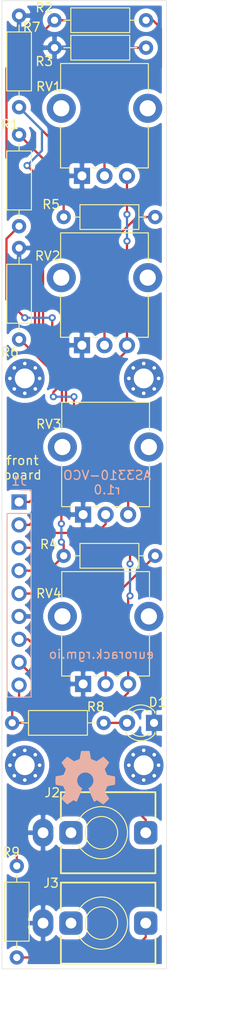
<source format=kicad_pcb>
(kicad_pcb (version 20171130) (host pcbnew 5.99.0+really5.1.12+dfsg1-1)

  (general
    (thickness 1.6)
    (drawings 9)
    (tracks 132)
    (zones 0)
    (modules 22)
    (nets 16)
  )

  (page A4)
  (title_block
    (title "as3310-adsr front")
    (date 2022-01-08)
    (rev 1.0)
  )

  (layers
    (0 F.Cu signal)
    (31 B.Cu signal)
    (32 B.Adhes user)
    (33 F.Adhes user)
    (34 B.Paste user)
    (35 F.Paste user)
    (36 B.SilkS user)
    (37 F.SilkS user)
    (38 B.Mask user)
    (39 F.Mask user)
    (40 Dwgs.User user)
    (41 Cmts.User user)
    (42 Eco1.User user)
    (43 Eco2.User user)
    (44 Edge.Cuts user)
    (45 Margin user)
    (46 B.CrtYd user)
    (47 F.CrtYd user)
    (48 B.Fab user hide)
    (49 F.Fab user hide)
  )

  (setup
    (last_trace_width 0.25)
    (trace_clearance 0.2)
    (zone_clearance 0.508)
    (zone_45_only no)
    (trace_min 0.2)
    (via_size 0.8)
    (via_drill 0.4)
    (via_min_size 0.4)
    (via_min_drill 0.3)
    (uvia_size 0.3)
    (uvia_drill 0.1)
    (uvias_allowed no)
    (uvia_min_size 0.2)
    (uvia_min_drill 0.1)
    (edge_width 0.05)
    (segment_width 0.2)
    (pcb_text_width 0.3)
    (pcb_text_size 1.5 1.5)
    (mod_edge_width 0.12)
    (mod_text_size 1 1)
    (mod_text_width 0.15)
    (pad_size 1.524 1.524)
    (pad_drill 0.762)
    (pad_to_mask_clearance 0)
    (aux_axis_origin 0 0)
    (visible_elements FFFFFF7F)
    (pcbplotparams
      (layerselection 0x010fc_ffffffff)
      (usegerberextensions true)
      (usegerberattributes false)
      (usegerberadvancedattributes false)
      (creategerberjobfile false)
      (excludeedgelayer true)
      (linewidth 0.100000)
      (plotframeref false)
      (viasonmask false)
      (mode 1)
      (useauxorigin false)
      (hpglpennumber 1)
      (hpglpenspeed 20)
      (hpglpendiameter 15.000000)
      (psnegative false)
      (psa4output false)
      (plotreference true)
      (plotvalue false)
      (plotinvisibletext false)
      (padsonsilk false)
      (subtractmaskfromsilk true)
      (outputformat 1)
      (mirror false)
      (drillshape 0)
      (scaleselection 1)
      (outputdirectory "gerber/"))
  )

  (net 0 "")
  (net 1 GND)
  (net 2 GATE)
  (net 3 +12V)
  (net 4 -12V)
  (net 5 "Net-(J3-PadT)")
  (net 6 "Net-(R1-Pad2)")
  (net 7 ATTACK)
  (net 8 "Net-(R2-Pad1)")
  (net 9 RELEASE)
  (net 10 "Net-(R5-Pad1)")
  (net 11 DECAY)
  (net 12 SUSTAIN)
  (net 13 OUT)
  (net 14 "Net-(R4-Pad1)")
  (net 15 "Net-(D1-Pad2)")

  (net_class Default "This is the default net class."
    (clearance 0.2)
    (trace_width 0.25)
    (via_dia 0.8)
    (via_drill 0.4)
    (uvia_dia 0.3)
    (uvia_drill 0.1)
    (add_net +12V)
    (add_net -12V)
    (add_net ATTACK)
    (add_net DECAY)
    (add_net GATE)
    (add_net GND)
    (add_net "Net-(D1-Pad2)")
    (add_net "Net-(J3-PadT)")
    (add_net "Net-(R1-Pad2)")
    (add_net "Net-(R2-Pad1)")
    (add_net "Net-(R4-Pad1)")
    (add_net "Net-(R5-Pad1)")
    (add_net OUT)
    (add_net RELEASE)
    (add_net SUSTAIN)
  )

  (module Symbol:OSHW-Symbol_6.7x6mm_SilkScreen (layer B.Cu) (tedit 0) (tstamp 61DA2DAB)
    (at 155.956 126.619 180)
    (descr "Open Source Hardware Symbol")
    (tags "Logo Symbol OSHW")
    (attr virtual)
    (fp_text reference REF** (at 0 0) (layer B.SilkS) hide
      (effects (font (size 1 1) (thickness 0.15)) (justify mirror))
    )
    (fp_text value OSHW-Symbol_6.7x6mm_SilkScreen (at 0.75 0) (layer B.Fab) hide
      (effects (font (size 1 1) (thickness 0.15)) (justify mirror))
    )
    (fp_poly (pts (xy 0.555814 2.531069) (xy 0.639635 2.086445) (xy 0.94892 1.958947) (xy 1.258206 1.831449)
      (xy 1.629246 2.083754) (xy 1.733157 2.154004) (xy 1.827087 2.216728) (xy 1.906652 2.269062)
      (xy 1.96747 2.308143) (xy 2.005157 2.331107) (xy 2.015421 2.336058) (xy 2.03391 2.323324)
      (xy 2.07342 2.288118) (xy 2.129522 2.234938) (xy 2.197787 2.168282) (xy 2.273786 2.092646)
      (xy 2.353092 2.012528) (xy 2.431275 1.932426) (xy 2.503907 1.856836) (xy 2.566559 1.790255)
      (xy 2.614803 1.737182) (xy 2.64421 1.702113) (xy 2.651241 1.690377) (xy 2.641123 1.66874)
      (xy 2.612759 1.621338) (xy 2.569129 1.552807) (xy 2.513218 1.467785) (xy 2.448006 1.370907)
      (xy 2.410219 1.31565) (xy 2.341343 1.214752) (xy 2.28014 1.123701) (xy 2.229578 1.04703)
      (xy 2.192628 0.989272) (xy 2.172258 0.954957) (xy 2.169197 0.947746) (xy 2.176136 0.927252)
      (xy 2.195051 0.879487) (xy 2.223087 0.811168) (xy 2.257391 0.729011) (xy 2.295109 0.63973)
      (xy 2.333387 0.550042) (xy 2.36937 0.466662) (xy 2.400206 0.396306) (xy 2.423039 0.34569)
      (xy 2.435017 0.321529) (xy 2.435724 0.320578) (xy 2.454531 0.315964) (xy 2.504618 0.305672)
      (xy 2.580793 0.290713) (xy 2.677865 0.272099) (xy 2.790643 0.250841) (xy 2.856442 0.238582)
      (xy 2.97695 0.215638) (xy 3.085797 0.193805) (xy 3.177476 0.174278) (xy 3.246481 0.158252)
      (xy 3.287304 0.146921) (xy 3.295511 0.143326) (xy 3.303548 0.118994) (xy 3.310033 0.064041)
      (xy 3.31497 -0.015108) (xy 3.318364 -0.112026) (xy 3.320218 -0.220287) (xy 3.320538 -0.333465)
      (xy 3.319327 -0.445135) (xy 3.31659 -0.548868) (xy 3.312331 -0.638241) (xy 3.306555 -0.706826)
      (xy 3.299267 -0.748197) (xy 3.294895 -0.75681) (xy 3.268764 -0.767133) (xy 3.213393 -0.781892)
      (xy 3.136107 -0.799352) (xy 3.04423 -0.81778) (xy 3.012158 -0.823741) (xy 2.857524 -0.852066)
      (xy 2.735375 -0.874876) (xy 2.641673 -0.89308) (xy 2.572384 -0.907583) (xy 2.523471 -0.919292)
      (xy 2.490897 -0.929115) (xy 2.470628 -0.937956) (xy 2.458626 -0.946724) (xy 2.456947 -0.948457)
      (xy 2.440184 -0.976371) (xy 2.414614 -1.030695) (xy 2.382788 -1.104777) (xy 2.34726 -1.191965)
      (xy 2.310583 -1.285608) (xy 2.275311 -1.379052) (xy 2.243996 -1.465647) (xy 2.219193 -1.53874)
      (xy 2.203454 -1.591678) (xy 2.199332 -1.617811) (xy 2.199676 -1.618726) (xy 2.213641 -1.640086)
      (xy 2.245322 -1.687084) (xy 2.291391 -1.754827) (xy 2.348518 -1.838423) (xy 2.413373 -1.932982)
      (xy 2.431843 -1.959854) (xy 2.497699 -2.057275) (xy 2.55565 -2.146163) (xy 2.602538 -2.221412)
      (xy 2.635207 -2.27792) (xy 2.6505 -2.310581) (xy 2.651241 -2.314593) (xy 2.638392 -2.335684)
      (xy 2.602888 -2.377464) (xy 2.549293 -2.435445) (xy 2.482171 -2.505135) (xy 2.406087 -2.582045)
      (xy 2.325604 -2.661683) (xy 2.245287 -2.739561) (xy 2.169699 -2.811186) (xy 2.103405 -2.87207)
      (xy 2.050969 -2.917721) (xy 2.016955 -2.94365) (xy 2.007545 -2.947883) (xy 1.985643 -2.937912)
      (xy 1.9408 -2.91102) (xy 1.880321 -2.871736) (xy 1.833789 -2.840117) (xy 1.749475 -2.782098)
      (xy 1.649626 -2.713784) (xy 1.549473 -2.645579) (xy 1.495627 -2.609075) (xy 1.313371 -2.4858)
      (xy 1.160381 -2.56852) (xy 1.090682 -2.604759) (xy 1.031414 -2.632926) (xy 0.991311 -2.648991)
      (xy 0.981103 -2.651226) (xy 0.968829 -2.634722) (xy 0.944613 -2.588082) (xy 0.910263 -2.515609)
      (xy 0.867588 -2.421606) (xy 0.818394 -2.310374) (xy 0.76449 -2.186215) (xy 0.707684 -2.053432)
      (xy 0.649782 -1.916327) (xy 0.592593 -1.779202) (xy 0.537924 -1.646358) (xy 0.487584 -1.522098)
      (xy 0.44338 -1.410725) (xy 0.407119 -1.316539) (xy 0.380609 -1.243844) (xy 0.365658 -1.196941)
      (xy 0.363254 -1.180833) (xy 0.382311 -1.160286) (xy 0.424036 -1.126933) (xy 0.479706 -1.087702)
      (xy 0.484378 -1.084599) (xy 0.628264 -0.969423) (xy 0.744283 -0.835053) (xy 0.83143 -0.685784)
      (xy 0.888699 -0.525913) (xy 0.915086 -0.359737) (xy 0.909585 -0.191552) (xy 0.87119 -0.025655)
      (xy 0.798895 0.133658) (xy 0.777626 0.168513) (xy 0.666996 0.309263) (xy 0.536302 0.422286)
      (xy 0.390064 0.506997) (xy 0.232808 0.562806) (xy 0.069057 0.589126) (xy -0.096667 0.58537)
      (xy -0.259838 0.55095) (xy -0.415935 0.485277) (xy -0.560433 0.387765) (xy -0.605131 0.348187)
      (xy -0.718888 0.224297) (xy -0.801782 0.093876) (xy -0.858644 -0.052315) (xy -0.890313 -0.197088)
      (xy -0.898131 -0.35986) (xy -0.872062 -0.52344) (xy -0.814755 -0.682298) (xy -0.728856 -0.830906)
      (xy -0.617014 -0.963735) (xy -0.481877 -1.075256) (xy -0.464117 -1.087011) (xy -0.40785 -1.125508)
      (xy -0.365077 -1.158863) (xy -0.344628 -1.18016) (xy -0.344331 -1.180833) (xy -0.348721 -1.203871)
      (xy -0.366124 -1.256157) (xy -0.394732 -1.33339) (xy -0.432735 -1.431268) (xy -0.478326 -1.545491)
      (xy -0.529697 -1.671758) (xy -0.585038 -1.805767) (xy -0.642542 -1.943218) (xy -0.700399 -2.079808)
      (xy -0.756802 -2.211237) (xy -0.809942 -2.333205) (xy -0.85801 -2.441409) (xy -0.899199 -2.531549)
      (xy -0.931699 -2.599323) (xy -0.953703 -2.64043) (xy -0.962564 -2.651226) (xy -0.98964 -2.642819)
      (xy -1.040303 -2.620272) (xy -1.105817 -2.587613) (xy -1.141841 -2.56852) (xy -1.294832 -2.4858)
      (xy -1.477088 -2.609075) (xy -1.570125 -2.672228) (xy -1.671985 -2.741727) (xy -1.767438 -2.807165)
      (xy -1.81525 -2.840117) (xy -1.882495 -2.885273) (xy -1.939436 -2.921057) (xy -1.978646 -2.942938)
      (xy -1.991381 -2.947563) (xy -2.009917 -2.935085) (xy -2.050941 -2.900252) (xy -2.110475 -2.846678)
      (xy -2.184542 -2.777983) (xy -2.269165 -2.697781) (xy -2.322685 -2.646286) (xy -2.416319 -2.554286)
      (xy -2.497241 -2.471999) (xy -2.562177 -2.402945) (xy -2.607858 -2.350644) (xy -2.631011 -2.318616)
      (xy -2.633232 -2.312116) (xy -2.622924 -2.287394) (xy -2.594439 -2.237405) (xy -2.550937 -2.167212)
      (xy -2.495577 -2.081875) (xy -2.43152 -1.986456) (xy -2.413303 -1.959854) (xy -2.346927 -1.863167)
      (xy -2.287378 -1.776117) (xy -2.237984 -1.703595) (xy -2.202075 -1.650493) (xy -2.182981 -1.621703)
      (xy -2.181136 -1.618726) (xy -2.183895 -1.595782) (xy -2.198538 -1.545336) (xy -2.222513 -1.474041)
      (xy -2.253266 -1.388547) (xy -2.288244 -1.295507) (xy -2.324893 -1.201574) (xy -2.360661 -1.113399)
      (xy -2.392994 -1.037634) (xy -2.419338 -0.980931) (xy -2.437142 -0.949943) (xy -2.438407 -0.948457)
      (xy -2.449294 -0.939601) (xy -2.467682 -0.930843) (xy -2.497606 -0.921277) (xy -2.543103 -0.909996)
      (xy -2.608209 -0.896093) (xy -2.696961 -0.878663) (xy -2.813393 -0.856798) (xy -2.961542 -0.829591)
      (xy -2.993618 -0.823741) (xy -3.088686 -0.805374) (xy -3.171565 -0.787405) (xy -3.23493 -0.771569)
      (xy -3.271458 -0.7596) (xy -3.276356 -0.75681) (xy -3.284427 -0.732072) (xy -3.290987 -0.67679)
      (xy -3.296033 -0.597389) (xy -3.299559 -0.500296) (xy -3.301561 -0.391938) (xy -3.302036 -0.27874)
      (xy -3.300977 -0.167128) (xy -3.298382 -0.063529) (xy -3.294246 0.025632) (xy -3.288563 0.093928)
      (xy -3.281331 0.134934) (xy -3.276971 0.143326) (xy -3.252698 0.151792) (xy -3.197426 0.165565)
      (xy -3.116662 0.18345) (xy -3.015912 0.204252) (xy -2.900683 0.226777) (xy -2.837902 0.238582)
      (xy -2.718787 0.260849) (xy -2.612565 0.281021) (xy -2.524427 0.298085) (xy -2.459566 0.311031)
      (xy -2.423174 0.318845) (xy -2.417184 0.320578) (xy -2.407061 0.34011) (xy -2.385662 0.387157)
      (xy -2.355839 0.454997) (xy -2.320445 0.536909) (xy -2.282332 0.626172) (xy -2.244353 0.716065)
      (xy -2.20936 0.799865) (xy -2.180206 0.870853) (xy -2.159743 0.922306) (xy -2.150823 0.947503)
      (xy -2.150657 0.948604) (xy -2.160769 0.968481) (xy -2.189117 1.014223) (xy -2.232723 1.081283)
      (xy -2.288606 1.165116) (xy -2.353787 1.261174) (xy -2.391679 1.31635) (xy -2.460725 1.417519)
      (xy -2.52205 1.50937) (xy -2.572663 1.587256) (xy -2.609571 1.646531) (xy -2.629782 1.682549)
      (xy -2.632701 1.690623) (xy -2.620153 1.709416) (xy -2.585463 1.749543) (xy -2.533063 1.806507)
      (xy -2.467384 1.875815) (xy -2.392856 1.952969) (xy -2.313913 2.033475) (xy -2.234983 2.112837)
      (xy -2.1605 2.18656) (xy -2.094894 2.250148) (xy -2.042596 2.299106) (xy -2.008039 2.328939)
      (xy -1.996478 2.336058) (xy -1.977654 2.326047) (xy -1.932631 2.297922) (xy -1.865787 2.254546)
      (xy -1.781499 2.198782) (xy -1.684144 2.133494) (xy -1.610707 2.083754) (xy -1.239667 1.831449)
      (xy -0.621095 2.086445) (xy -0.537275 2.531069) (xy -0.453454 2.975693) (xy 0.471994 2.975693)
      (xy 0.555814 2.531069)) (layer B.SilkS) (width 0.01))
  )

  (module eurorack:Jack_3.5mm_QingPu_WQP-PJ398SM_Vertical (layer F.Cu) (tedit 61549DE0) (tstamp 61D90BEC)
    (at 157.734 142.748 270)
    (descr "T-S-SN Vertical mount jack AKA WQP-WQP518MA or Thonkiconn")
    (tags "WQP-WQP518MA, Thonkiconn")
    (path /61F7EFDA)
    (fp_text reference J3 (at -4.445 5.588 180) (layer F.SilkS)
      (effects (font (size 1 1) (thickness 0.15)))
    )
    (fp_text value "Thonkiconn SM" (at 0 -5 90) (layer F.Fab)
      (effects (font (size 1 1) (thickness 0.15)))
    )
    (fp_line (start 5 -7.25) (end 5 7.58) (layer F.CrtYd) (width 0.05))
    (fp_line (start 4.5 -5.98) (end 4.5 4.42) (layer F.Fab) (width 0.1))
    (fp_line (start 4.5 4.5) (end 4.5 -6) (layer F.SilkS) (width 0.2))
    (fp_line (start -4.5 4.5) (end -4.5 -6) (layer F.SilkS) (width 0.2))
    (fp_circle (center 0 0) (end -1.5 0) (layer Dwgs.User) (width 0.12))
    (fp_line (start -0.09 -1.48) (end -1.48 -0.09) (layer Dwgs.User) (width 0.12))
    (fp_line (start 0.58 -1.35) (end -1.36 0.59) (layer Dwgs.User) (width 0.12))
    (fp_line (start 1.07 -1.01) (end -1.01 1.07) (layer Dwgs.User) (width 0.12))
    (fp_line (start 1.42 -0.395) (end -0.4 1.42) (layer Dwgs.User) (width 0.12))
    (fp_line (start 1.41 0.46) (end 0.46 1.41) (layer Dwgs.User) (width 0.12))
    (fp_line (start -4.5 -6) (end -1.6 -6) (layer F.SilkS) (width 0.2))
    (fp_line (start 1.6 -6) (end 4.5 -6) (layer F.SilkS) (width 0.2))
    (fp_line (start -4.5 4.5) (end -1.5 4.5) (layer F.SilkS) (width 0.2))
    (fp_line (start 1.5 4.5) (end 4.5 4.5) (layer F.SilkS) (width 0.2))
    (fp_circle (center 0 0) (end -1.8 0) (layer F.SilkS) (width 0.12))
    (fp_line (start -4.5 -5.98) (end -4.5 4.42) (layer F.Fab) (width 0.1))
    (fp_line (start -4.5 -5.98) (end 4.5 -5.98) (layer F.Fab) (width 0.1))
    (fp_line (start -5 -7.25) (end -5 7.58) (layer F.CrtYd) (width 0.05))
    (fp_line (start -5 -7.25) (end 5 -7.25) (layer F.CrtYd) (width 0.05))
    (fp_line (start -5 7.58) (end 5 7.58) (layer F.CrtYd) (width 0.05))
    (fp_line (start -4.5 4.47) (end 4.5 4.47) (layer F.Fab) (width 0.1))
    (fp_circle (center 0 0.02) (end -1.8 0.02) (layer F.Fab) (width 0.1))
    (fp_line (start 0 0) (end 0 -2.03) (layer F.Fab) (width 0.1))
    (fp_text user KEEPOUT (at 0 0 270) (layer Cmts.User)
      (effects (font (size 0.4 0.4) (thickness 0.051)))
    )
    (fp_text user %R (at 4.5 -9.5 90) (layer F.Fab)
      (effects (font (size 1 1) (thickness 0.15)))
    )
    (fp_arc (start 0 0) (end 0 -2.895) (angle 153.4) (layer F.SilkS) (width 0.12))
    (fp_arc (start 0 0) (end 0 -2.895) (angle -153.4) (layer F.SilkS) (width 0.12))
    (pad TN thru_hole roundrect (at 0 3.38 270) (size 2.6 2.6) (drill 1.2) (layers *.Cu *.Mask) (roundrect_rratio 0.25))
    (pad S thru_hole oval (at 0 6.48 270) (size 3.1 2.3) (drill 1.2) (layers *.Cu *.Mask)
      (net 1 GND))
    (pad T thru_hole roundrect (at 0 -4.92 270) (size 2.6 2.6) (drill 1.2) (layers *.Cu *.Mask) (roundrect_rratio 0.25)
      (net 5 "Net-(J3-PadT)"))
    (model ${KISYS3DMOD}/AudioJacks.3dshapes/PJ398SM.step
      (at (xyz 0 0 0))
      (scale (xyz 1 1 1))
      (rotate (xyz 0 0 0))
    )
    (model ${KISYS3DMOD}/AudioJacks.3dshapes/PJ398SM_Hex_nut.step
      (at (xyz 0 0 0))
      (scale (xyz 1 1 1))
      (rotate (xyz 0 0 0))
    )
    (model ${KISYS3DMOD}/AudioJacks.3dshapes/PJ398SM_Knurl_nut.step
      (at (xyz 0 0 0))
      (scale (xyz 1 1 1))
      (rotate (xyz 0 0 0))
    )
  )

  (module Resistor_THT:R_Axial_DIN0207_L6.3mm_D2.5mm_P10.16mm_Horizontal (layer F.Cu) (tedit 5AE5139B) (tstamp 61D9BC53)
    (at 147.828 120.523)
    (descr "Resistor, Axial_DIN0207 series, Axial, Horizontal, pin pitch=10.16mm, 0.25W = 1/4W, length*diameter=6.3*2.5mm^2, http://cdn-reichelt.de/documents/datenblatt/B400/1_4W%23YAG.pdf")
    (tags "Resistor Axial_DIN0207 series Axial Horizontal pin pitch 10.16mm 0.25W = 1/4W length 6.3mm diameter 2.5mm")
    (path /61E73AD1)
    (fp_text reference R8 (at 9.271 -1.778) (layer F.SilkS)
      (effects (font (size 1 1) (thickness 0.15)))
    )
    (fp_text value 2k2 (at 5.08 2.37) (layer F.Fab)
      (effects (font (size 1 1) (thickness 0.15)))
    )
    (fp_line (start 1.93 -1.25) (end 1.93 1.25) (layer F.Fab) (width 0.1))
    (fp_line (start 1.93 1.25) (end 8.23 1.25) (layer F.Fab) (width 0.1))
    (fp_line (start 8.23 1.25) (end 8.23 -1.25) (layer F.Fab) (width 0.1))
    (fp_line (start 8.23 -1.25) (end 1.93 -1.25) (layer F.Fab) (width 0.1))
    (fp_line (start 0 0) (end 1.93 0) (layer F.Fab) (width 0.1))
    (fp_line (start 10.16 0) (end 8.23 0) (layer F.Fab) (width 0.1))
    (fp_line (start 1.81 -1.37) (end 1.81 1.37) (layer F.SilkS) (width 0.12))
    (fp_line (start 1.81 1.37) (end 8.35 1.37) (layer F.SilkS) (width 0.12))
    (fp_line (start 8.35 1.37) (end 8.35 -1.37) (layer F.SilkS) (width 0.12))
    (fp_line (start 8.35 -1.37) (end 1.81 -1.37) (layer F.SilkS) (width 0.12))
    (fp_line (start 1.04 0) (end 1.81 0) (layer F.SilkS) (width 0.12))
    (fp_line (start 9.12 0) (end 8.35 0) (layer F.SilkS) (width 0.12))
    (fp_line (start -1.05 -1.5) (end -1.05 1.5) (layer F.CrtYd) (width 0.05))
    (fp_line (start -1.05 1.5) (end 11.21 1.5) (layer F.CrtYd) (width 0.05))
    (fp_line (start 11.21 1.5) (end 11.21 -1.5) (layer F.CrtYd) (width 0.05))
    (fp_line (start 11.21 -1.5) (end -1.05 -1.5) (layer F.CrtYd) (width 0.05))
    (fp_text user %R (at 5.08 0) (layer F.Fab)
      (effects (font (size 1 1) (thickness 0.15)))
    )
    (pad 2 thru_hole oval (at 10.16 0) (size 1.6 1.6) (drill 0.8) (layers *.Cu *.Mask)
      (net 15 "Net-(D1-Pad2)"))
    (pad 1 thru_hole circle (at 0 0) (size 1.6 1.6) (drill 0.8) (layers *.Cu *.Mask)
      (net 13 OUT))
    (model ${KISYS3DMOD}/Resistor_THT.3dshapes/R_Axial_DIN0207_L6.3mm_D2.5mm_P10.16mm_Horizontal.wrl
      (at (xyz 0 0 0))
      (scale (xyz 1 1 1))
      (rotate (xyz 0 0 0))
    )
  )

  (module eurorack:LED_D3.0mmP2.54mm (layer F.Cu) (tedit 617314F8) (tstamp 61D9BA11)
    (at 163.576 120.523 180)
    (descr "LED, diameter 3.0mm, 2 pins")
    (tags "LED diameter 3.0mm 2 pins")
    (path /61E8121D)
    (fp_text reference D1 (at -0.381 2.286) (layer F.SilkS)
      (effects (font (size 1 1) (thickness 0.15)))
    )
    (fp_text value Green (at 1.4732 2.96) (layer F.Fab)
      (effects (font (size 1 1) (thickness 0.15)))
    )
    (fp_circle (center 1.4732 0) (end 2.9732 0) (layer F.Fab) (width 0.1))
    (fp_line (start -0.0268 -1.16619) (end -0.0268 1.16619) (layer F.Fab) (width 0.1))
    (fp_line (start -0.0868 -1.236) (end -0.0868 -1.08) (layer F.SilkS) (width 0.12))
    (fp_line (start -0.0868 1.08) (end -0.0868 1.236) (layer F.SilkS) (width 0.12))
    (fp_line (start -0.9468 -2.25) (end -0.9468 2.25) (layer F.CrtYd) (width 0.05))
    (fp_line (start -0.9468 2.25) (end 3.9032 2.25) (layer F.CrtYd) (width 0.05))
    (fp_line (start 3.9032 2.25) (end 3.9032 -2.25) (layer F.CrtYd) (width 0.05))
    (fp_line (start 3.9032 -2.25) (end -0.9468 -2.25) (layer F.CrtYd) (width 0.05))
    (fp_arc (start 1.4732 0) (end 0.432239 1.08) (angle -87.9) (layer F.SilkS) (width 0.12))
    (fp_arc (start 1.4732 0) (end 0.432239 -1.08) (angle 87.9) (layer F.SilkS) (width 0.12))
    (fp_arc (start 1.4732 0) (end -0.0868 1.235516) (angle -108.8) (layer F.SilkS) (width 0.12))
    (fp_arc (start 1.4732 0) (end -0.0868 -1.235516) (angle 108.8) (layer F.SilkS) (width 0.12))
    (fp_arc (start 1.4732 0) (end -0.0268 -1.16619) (angle 284.3) (layer F.Fab) (width 0.1))
    (pad 2 thru_hole circle (at 2.9972 0 180) (size 1.8 1.8) (drill 0.9) (layers *.Cu *.Mask)
      (net 15 "Net-(D1-Pad2)"))
    (pad 1 thru_hole rect (at 0 0 180) (size 1.8 1.8) (drill 0.9) (layers *.Cu *.Mask)
      (net 1 GND))
    (model ${KISYS3DMOD}/LED_THT.3dshapes/LED_D3.0mm.wrl
      (at (xyz 0 0 0))
      (scale (xyz 1 1 1))
      (rotate (xyz 0 0 0))
    )
  )

  (module Resistor_THT:R_Axial_DIN0207_L6.3mm_D2.5mm_P10.16mm_Horizontal (layer F.Cu) (tedit 5AE5139B) (tstamp 61D9615F)
    (at 148.336 136.398 270)
    (descr "Resistor, Axial_DIN0207 series, Axial, Horizontal, pin pitch=10.16mm, 0.25W = 1/4W, length*diameter=6.3*2.5mm^2, http://cdn-reichelt.de/documents/datenblatt/B400/1_4W%23YAG.pdf")
    (tags "Resistor Axial_DIN0207 series Axial Horizontal pin pitch 10.16mm 0.25W = 1/4W length 6.3mm diameter 2.5mm")
    (path /61E608A7)
    (fp_text reference R9 (at -1.524 0.635 180) (layer F.SilkS)
      (effects (font (size 1 1) (thickness 0.15)))
    )
    (fp_text value 1k (at 5.08 2.37 90) (layer F.Fab)
      (effects (font (size 1 1) (thickness 0.15)))
    )
    (fp_line (start 1.93 -1.25) (end 1.93 1.25) (layer F.Fab) (width 0.1))
    (fp_line (start 1.93 1.25) (end 8.23 1.25) (layer F.Fab) (width 0.1))
    (fp_line (start 8.23 1.25) (end 8.23 -1.25) (layer F.Fab) (width 0.1))
    (fp_line (start 8.23 -1.25) (end 1.93 -1.25) (layer F.Fab) (width 0.1))
    (fp_line (start 0 0) (end 1.93 0) (layer F.Fab) (width 0.1))
    (fp_line (start 10.16 0) (end 8.23 0) (layer F.Fab) (width 0.1))
    (fp_line (start 1.81 -1.37) (end 1.81 1.37) (layer F.SilkS) (width 0.12))
    (fp_line (start 1.81 1.37) (end 8.35 1.37) (layer F.SilkS) (width 0.12))
    (fp_line (start 8.35 1.37) (end 8.35 -1.37) (layer F.SilkS) (width 0.12))
    (fp_line (start 8.35 -1.37) (end 1.81 -1.37) (layer F.SilkS) (width 0.12))
    (fp_line (start 1.04 0) (end 1.81 0) (layer F.SilkS) (width 0.12))
    (fp_line (start 9.12 0) (end 8.35 0) (layer F.SilkS) (width 0.12))
    (fp_line (start -1.05 -1.5) (end -1.05 1.5) (layer F.CrtYd) (width 0.05))
    (fp_line (start -1.05 1.5) (end 11.21 1.5) (layer F.CrtYd) (width 0.05))
    (fp_line (start 11.21 1.5) (end 11.21 -1.5) (layer F.CrtYd) (width 0.05))
    (fp_line (start 11.21 -1.5) (end -1.05 -1.5) (layer F.CrtYd) (width 0.05))
    (fp_text user %R (at 5.08 0 90) (layer F.Fab)
      (effects (font (size 1 1) (thickness 0.15)))
    )
    (pad 2 thru_hole oval (at 10.16 0 270) (size 1.6 1.6) (drill 0.8) (layers *.Cu *.Mask)
      (net 5 "Net-(J3-PadT)"))
    (pad 1 thru_hole circle (at 0 0 270) (size 1.6 1.6) (drill 0.8) (layers *.Cu *.Mask)
      (net 13 OUT))
    (model ${KISYS3DMOD}/Resistor_THT.3dshapes/R_Axial_DIN0207_L6.3mm_D2.5mm_P10.16mm_Horizontal.wrl
      (at (xyz 0 0 0))
      (scale (xyz 1 1 1))
      (rotate (xyz 0 0 0))
    )
  )

  (module Connector_PinHeader_2.54mm:PinHeader_1x09_P2.54mm_Vertical (layer B.Cu) (tedit 59FED5CC) (tstamp 61D94EFD)
    (at 148.59 96.012 180)
    (descr "Through hole straight pin header, 1x09, 2.54mm pitch, single row")
    (tags "Through hole pin header THT 1x09 2.54mm single row")
    (path /61E1D91C)
    (fp_text reference J1 (at 0 2.33) (layer B.SilkS)
      (effects (font (size 1 1) (thickness 0.15)) (justify mirror))
    )
    (fp_text value "Pin Header 1x9" (at 0 -22.65) (layer B.Fab)
      (effects (font (size 1 1) (thickness 0.15)) (justify mirror))
    )
    (fp_line (start 1.8 1.8) (end -1.8 1.8) (layer B.CrtYd) (width 0.05))
    (fp_line (start 1.8 -22.1) (end 1.8 1.8) (layer B.CrtYd) (width 0.05))
    (fp_line (start -1.8 -22.1) (end 1.8 -22.1) (layer B.CrtYd) (width 0.05))
    (fp_line (start -1.8 1.8) (end -1.8 -22.1) (layer B.CrtYd) (width 0.05))
    (fp_line (start -1.33 1.33) (end 0 1.33) (layer B.SilkS) (width 0.12))
    (fp_line (start -1.33 0) (end -1.33 1.33) (layer B.SilkS) (width 0.12))
    (fp_line (start -1.33 -1.27) (end 1.33 -1.27) (layer B.SilkS) (width 0.12))
    (fp_line (start 1.33 -1.27) (end 1.33 -21.65) (layer B.SilkS) (width 0.12))
    (fp_line (start -1.33 -1.27) (end -1.33 -21.65) (layer B.SilkS) (width 0.12))
    (fp_line (start -1.33 -21.65) (end 1.33 -21.65) (layer B.SilkS) (width 0.12))
    (fp_line (start -1.27 0.635) (end -0.635 1.27) (layer B.Fab) (width 0.1))
    (fp_line (start -1.27 -21.59) (end -1.27 0.635) (layer B.Fab) (width 0.1))
    (fp_line (start 1.27 -21.59) (end -1.27 -21.59) (layer B.Fab) (width 0.1))
    (fp_line (start 1.27 1.27) (end 1.27 -21.59) (layer B.Fab) (width 0.1))
    (fp_line (start -0.635 1.27) (end 1.27 1.27) (layer B.Fab) (width 0.1))
    (fp_text user %R (at 0 -10.16 270) (layer B.Fab)
      (effects (font (size 1 1) (thickness 0.15)) (justify mirror))
    )
    (pad 1 thru_hole rect (at 0 0 180) (size 1.7 1.7) (drill 1) (layers *.Cu *.Mask)
      (net 7 ATTACK))
    (pad 2 thru_hole oval (at 0 -2.54 180) (size 1.7 1.7) (drill 1) (layers *.Cu *.Mask)
      (net 11 DECAY))
    (pad 3 thru_hole oval (at 0 -5.08 180) (size 1.7 1.7) (drill 1) (layers *.Cu *.Mask)
      (net 12 SUSTAIN))
    (pad 4 thru_hole oval (at 0 -7.62 180) (size 1.7 1.7) (drill 1) (layers *.Cu *.Mask)
      (net 9 RELEASE))
    (pad 5 thru_hole oval (at 0 -10.16 180) (size 1.7 1.7) (drill 1) (layers *.Cu *.Mask)
      (net 3 +12V))
    (pad 6 thru_hole oval (at 0 -12.7 180) (size 1.7 1.7) (drill 1) (layers *.Cu *.Mask)
      (net 1 GND))
    (pad 7 thru_hole oval (at 0 -15.24 180) (size 1.7 1.7) (drill 1) (layers *.Cu *.Mask)
      (net 4 -12V))
    (pad 8 thru_hole oval (at 0 -17.78 180) (size 1.7 1.7) (drill 1) (layers *.Cu *.Mask)
      (net 2 GATE))
    (pad 9 thru_hole oval (at 0 -20.32 180) (size 1.7 1.7) (drill 1) (layers *.Cu *.Mask)
      (net 13 OUT))
    (model ${KISYS3DMOD}/Connector_PinHeader_2.54mm.3dshapes/PinHeader_1x09_P2.54mm_Vertical.wrl
      (at (xyz 0 0 0))
      (scale (xyz 1 1 1))
      (rotate (xyz 0 0 0))
    )
  )

  (module MountingHole:MountingHole_2.2mm_M2_Pad_Via (layer F.Cu) (tedit 56DDB9C7) (tstamp 61D94E9E)
    (at 162.433 125.222)
    (descr "Mounting Hole 2.2mm, M2")
    (tags "mounting hole 2.2mm m2")
    (path /61E46F9E)
    (attr virtual)
    (fp_text reference H4 (at 0 -3.2) (layer F.SilkS) hide
      (effects (font (size 1 1) (thickness 0.15)))
    )
    (fp_text value MountingHole (at 0 3.2) (layer F.Fab)
      (effects (font (size 1 1) (thickness 0.15)))
    )
    (fp_circle (center 0 0) (end 2.2 0) (layer Cmts.User) (width 0.15))
    (fp_circle (center 0 0) (end 2.45 0) (layer F.CrtYd) (width 0.05))
    (fp_text user %R (at 0.3 0) (layer F.Fab)
      (effects (font (size 1 1) (thickness 0.15)))
    )
    (pad 1 thru_hole circle (at 1.166726 -1.166726) (size 0.7 0.7) (drill 0.4) (layers *.Cu *.Mask))
    (pad 1 thru_hole circle (at 0 -1.65) (size 0.7 0.7) (drill 0.4) (layers *.Cu *.Mask))
    (pad 1 thru_hole circle (at -1.166726 -1.166726) (size 0.7 0.7) (drill 0.4) (layers *.Cu *.Mask))
    (pad 1 thru_hole circle (at -1.65 0) (size 0.7 0.7) (drill 0.4) (layers *.Cu *.Mask))
    (pad 1 thru_hole circle (at -1.166726 1.166726) (size 0.7 0.7) (drill 0.4) (layers *.Cu *.Mask))
    (pad 1 thru_hole circle (at 0 1.65) (size 0.7 0.7) (drill 0.4) (layers *.Cu *.Mask))
    (pad 1 thru_hole circle (at 1.166726 1.166726) (size 0.7 0.7) (drill 0.4) (layers *.Cu *.Mask))
    (pad 1 thru_hole circle (at 1.65 0) (size 0.7 0.7) (drill 0.4) (layers *.Cu *.Mask))
    (pad 1 thru_hole circle (at 0 0) (size 4.4 4.4) (drill 2.2) (layers *.Cu *.Mask))
  )

  (module MountingHole:MountingHole_2.2mm_M2_Pad_Via (layer F.Cu) (tedit 56DDB9C7) (tstamp 61D94E8E)
    (at 149.225 125.222)
    (descr "Mounting Hole 2.2mm, M2")
    (tags "mounting hole 2.2mm m2")
    (path /61E46C46)
    (attr virtual)
    (fp_text reference H3 (at 0 -3.2) (layer F.SilkS) hide
      (effects (font (size 1 1) (thickness 0.15)))
    )
    (fp_text value MountingHole (at 0 3.2) (layer F.Fab)
      (effects (font (size 1 1) (thickness 0.15)))
    )
    (fp_circle (center 0 0) (end 2.2 0) (layer Cmts.User) (width 0.15))
    (fp_circle (center 0 0) (end 2.45 0) (layer F.CrtYd) (width 0.05))
    (fp_text user %R (at 0.3 0) (layer F.Fab)
      (effects (font (size 1 1) (thickness 0.15)))
    )
    (pad 1 thru_hole circle (at 1.166726 -1.166726) (size 0.7 0.7) (drill 0.4) (layers *.Cu *.Mask))
    (pad 1 thru_hole circle (at 0 -1.65) (size 0.7 0.7) (drill 0.4) (layers *.Cu *.Mask))
    (pad 1 thru_hole circle (at -1.166726 -1.166726) (size 0.7 0.7) (drill 0.4) (layers *.Cu *.Mask))
    (pad 1 thru_hole circle (at -1.65 0) (size 0.7 0.7) (drill 0.4) (layers *.Cu *.Mask))
    (pad 1 thru_hole circle (at -1.166726 1.166726) (size 0.7 0.7) (drill 0.4) (layers *.Cu *.Mask))
    (pad 1 thru_hole circle (at 0 1.65) (size 0.7 0.7) (drill 0.4) (layers *.Cu *.Mask))
    (pad 1 thru_hole circle (at 1.166726 1.166726) (size 0.7 0.7) (drill 0.4) (layers *.Cu *.Mask))
    (pad 1 thru_hole circle (at 1.65 0) (size 0.7 0.7) (drill 0.4) (layers *.Cu *.Mask))
    (pad 1 thru_hole circle (at 0 0) (size 4.4 4.4) (drill 2.2) (layers *.Cu *.Mask))
  )

  (module MountingHole:MountingHole_2.2mm_M2_Pad_Via (layer F.Cu) (tedit 56DDB9C7) (tstamp 61D94E7E)
    (at 162.433 82.296)
    (descr "Mounting Hole 2.2mm, M2")
    (tags "mounting hole 2.2mm m2")
    (path /61E46918)
    (attr virtual)
    (fp_text reference H2 (at 0 -3.2) (layer F.SilkS) hide
      (effects (font (size 1 1) (thickness 0.15)))
    )
    (fp_text value MountingHole (at 0 3.2) (layer F.Fab)
      (effects (font (size 1 1) (thickness 0.15)))
    )
    (fp_circle (center 0 0) (end 2.2 0) (layer Cmts.User) (width 0.15))
    (fp_circle (center 0 0) (end 2.45 0) (layer F.CrtYd) (width 0.05))
    (fp_text user %R (at 0.3 0) (layer F.Fab)
      (effects (font (size 1 1) (thickness 0.15)))
    )
    (pad 1 thru_hole circle (at 1.166726 -1.166726) (size 0.7 0.7) (drill 0.4) (layers *.Cu *.Mask))
    (pad 1 thru_hole circle (at 0 -1.65) (size 0.7 0.7) (drill 0.4) (layers *.Cu *.Mask))
    (pad 1 thru_hole circle (at -1.166726 -1.166726) (size 0.7 0.7) (drill 0.4) (layers *.Cu *.Mask))
    (pad 1 thru_hole circle (at -1.65 0) (size 0.7 0.7) (drill 0.4) (layers *.Cu *.Mask))
    (pad 1 thru_hole circle (at -1.166726 1.166726) (size 0.7 0.7) (drill 0.4) (layers *.Cu *.Mask))
    (pad 1 thru_hole circle (at 0 1.65) (size 0.7 0.7) (drill 0.4) (layers *.Cu *.Mask))
    (pad 1 thru_hole circle (at 1.166726 1.166726) (size 0.7 0.7) (drill 0.4) (layers *.Cu *.Mask))
    (pad 1 thru_hole circle (at 1.65 0) (size 0.7 0.7) (drill 0.4) (layers *.Cu *.Mask))
    (pad 1 thru_hole circle (at 0 0) (size 4.4 4.4) (drill 2.2) (layers *.Cu *.Mask))
  )

  (module MountingHole:MountingHole_2.2mm_M2_Pad_Via (layer F.Cu) (tedit 56DDB9C7) (tstamp 61D94E6E)
    (at 149.225 82.296)
    (descr "Mounting Hole 2.2mm, M2")
    (tags "mounting hole 2.2mm m2")
    (path /61E45CF6)
    (attr virtual)
    (fp_text reference H1 (at 0 -3.2) (layer F.SilkS) hide
      (effects (font (size 1 1) (thickness 0.15)))
    )
    (fp_text value MountingHole (at 0 3.2) (layer F.Fab)
      (effects (font (size 1 1) (thickness 0.15)))
    )
    (fp_circle (center 0 0) (end 2.2 0) (layer Cmts.User) (width 0.15))
    (fp_circle (center 0 0) (end 2.45 0) (layer F.CrtYd) (width 0.05))
    (fp_text user %R (at 0.3 0) (layer F.Fab)
      (effects (font (size 1 1) (thickness 0.15)))
    )
    (pad 1 thru_hole circle (at 1.166726 -1.166726) (size 0.7 0.7) (drill 0.4) (layers *.Cu *.Mask))
    (pad 1 thru_hole circle (at 0 -1.65) (size 0.7 0.7) (drill 0.4) (layers *.Cu *.Mask))
    (pad 1 thru_hole circle (at -1.166726 -1.166726) (size 0.7 0.7) (drill 0.4) (layers *.Cu *.Mask))
    (pad 1 thru_hole circle (at -1.65 0) (size 0.7 0.7) (drill 0.4) (layers *.Cu *.Mask))
    (pad 1 thru_hole circle (at -1.166726 1.166726) (size 0.7 0.7) (drill 0.4) (layers *.Cu *.Mask))
    (pad 1 thru_hole circle (at 0 1.65) (size 0.7 0.7) (drill 0.4) (layers *.Cu *.Mask))
    (pad 1 thru_hole circle (at 1.166726 1.166726) (size 0.7 0.7) (drill 0.4) (layers *.Cu *.Mask))
    (pad 1 thru_hole circle (at 1.65 0) (size 0.7 0.7) (drill 0.4) (layers *.Cu *.Mask))
    (pad 1 thru_hole circle (at 0 0) (size 4.4 4.4) (drill 2.2) (layers *.Cu *.Mask))
  )

  (module Potentiometer_THT:Potentiometer_Alpha_RD901F-40-00D_Single_Vertical_CircularHoles (layer F.Cu) (tedit 5C6C6C48) (tstamp 61D90D9E)
    (at 155.575 78.613 90)
    (descr "Potentiometer, vertical, 9mm, single, http://www.taiwanalpha.com.tw/downloads?target=products&id=113")
    (tags "potentiometer vertical 9mm single")
    (path /61E86A46)
    (fp_text reference RV2 (at 9.906 -3.81) (layer F.SilkS)
      (effects (font (size 1 1) (thickness 0.15)))
    )
    (fp_text value 10k (at 0 10.11 270) (layer F.Fab)
      (effects (font (size 1 1) (thickness 0.15)))
    )
    (fp_line (start 0.88 4.16) (end 0.88 3.33) (layer F.SilkS) (width 0.12))
    (fp_line (start 0.88 1.71) (end 0.88 1.18) (layer F.SilkS) (width 0.12))
    (fp_line (start 0.88 -1.19) (end 0.88 -2.37) (layer F.SilkS) (width 0.12))
    (fp_line (start 0.88 7.37) (end 5.6 7.37) (layer F.SilkS) (width 0.12))
    (fp_line (start 9.41 -2.37) (end 12.47 -2.37) (layer F.SilkS) (width 0.12))
    (fp_line (start 1 7.25) (end 12.35 7.25) (layer F.Fab) (width 0.1))
    (fp_line (start 1 -2.25) (end 12.35 -2.25) (layer F.Fab) (width 0.1))
    (fp_line (start 12.35 7.25) (end 12.35 -2.25) (layer F.Fab) (width 0.1))
    (fp_line (start 1 7.25) (end 1 -2.25) (layer F.Fab) (width 0.1))
    (fp_circle (center 7.5 2.5) (end 7.5 -1) (layer F.Fab) (width 0.1))
    (fp_line (start 0.88 -2.38) (end 5.6 -2.38) (layer F.SilkS) (width 0.12))
    (fp_line (start 9.41 7.37) (end 12.47 7.37) (layer F.SilkS) (width 0.12))
    (fp_line (start 0.88 7.37) (end 0.88 5.88) (layer F.SilkS) (width 0.12))
    (fp_line (start 12.47 7.37) (end 12.47 -2.37) (layer F.SilkS) (width 0.12))
    (fp_line (start 12.6 9.17) (end 12.6 -4.17) (layer F.CrtYd) (width 0.05))
    (fp_line (start 12.6 -4.17) (end -1.15 -4.17) (layer F.CrtYd) (width 0.05))
    (fp_line (start -1.15 -4.17) (end -1.15 9.17) (layer F.CrtYd) (width 0.05))
    (fp_line (start -1.15 9.17) (end 12.6 9.17) (layer F.CrtYd) (width 0.05))
    (fp_text user %R (at 7.62 2.54 90) (layer F.Fab)
      (effects (font (size 1 1) (thickness 0.15)))
    )
    (pad "" thru_hole circle (at 7.5 -2.3 180) (size 3.24 3.24) (drill 1.8) (layers *.Cu *.Mask))
    (pad "" thru_hole circle (at 7.5 7.3 180) (size 3.24 3.24) (drill 1.8) (layers *.Cu *.Mask))
    (pad 3 thru_hole circle (at 0 5 180) (size 1.8 1.8) (drill 1) (layers *.Cu *.Mask)
      (net 4 -12V))
    (pad 2 thru_hole circle (at 0 2.5 180) (size 1.8 1.8) (drill 1) (layers *.Cu *.Mask)
      (net 10 "Net-(R5-Pad1)"))
    (pad 1 thru_hole rect (at 0 0 180) (size 1.8 1.8) (drill 1) (layers *.Cu *.Mask)
      (net 1 GND))
    (model ${KISYS3DMOD}/Potentiometer_THT.3dshapes/Potentiometer_Alpha_RD901F-40-00D_Single_Vertical.wrl
      (at (xyz 0 0 0))
      (scale (xyz 1 1 1))
      (rotate (xyz 0 0 0))
    )
  )

  (module Potentiometer_THT:Potentiometer_Alpha_RD901F-40-00D_Single_Vertical_CircularHoles (layer F.Cu) (tedit 5C6C6C48) (tstamp 61D90D82)
    (at 155.702 116.205 90)
    (descr "Potentiometer, vertical, 9mm, single, http://www.taiwanalpha.com.tw/downloads?target=products&id=113")
    (tags "potentiometer vertical 9mm single")
    (path /61E97EC7)
    (fp_text reference RV4 (at 10.033 -3.81) (layer F.SilkS)
      (effects (font (size 1 1) (thickness 0.15)))
    )
    (fp_text value 10k (at 0 10.11 270) (layer F.Fab)
      (effects (font (size 1 1) (thickness 0.15)))
    )
    (fp_line (start 0.88 4.16) (end 0.88 3.33) (layer F.SilkS) (width 0.12))
    (fp_line (start 0.88 1.71) (end 0.88 1.18) (layer F.SilkS) (width 0.12))
    (fp_line (start 0.88 -1.19) (end 0.88 -2.37) (layer F.SilkS) (width 0.12))
    (fp_line (start 0.88 7.37) (end 5.6 7.37) (layer F.SilkS) (width 0.12))
    (fp_line (start 9.41 -2.37) (end 12.47 -2.37) (layer F.SilkS) (width 0.12))
    (fp_line (start 1 7.25) (end 12.35 7.25) (layer F.Fab) (width 0.1))
    (fp_line (start 1 -2.25) (end 12.35 -2.25) (layer F.Fab) (width 0.1))
    (fp_line (start 12.35 7.25) (end 12.35 -2.25) (layer F.Fab) (width 0.1))
    (fp_line (start 1 7.25) (end 1 -2.25) (layer F.Fab) (width 0.1))
    (fp_circle (center 7.5 2.5) (end 7.5 -1) (layer F.Fab) (width 0.1))
    (fp_line (start 0.88 -2.38) (end 5.6 -2.38) (layer F.SilkS) (width 0.12))
    (fp_line (start 9.41 7.37) (end 12.47 7.37) (layer F.SilkS) (width 0.12))
    (fp_line (start 0.88 7.37) (end 0.88 5.88) (layer F.SilkS) (width 0.12))
    (fp_line (start 12.47 7.37) (end 12.47 -2.37) (layer F.SilkS) (width 0.12))
    (fp_line (start 12.6 9.17) (end 12.6 -4.17) (layer F.CrtYd) (width 0.05))
    (fp_line (start 12.6 -4.17) (end -1.15 -4.17) (layer F.CrtYd) (width 0.05))
    (fp_line (start -1.15 -4.17) (end -1.15 9.17) (layer F.CrtYd) (width 0.05))
    (fp_line (start -1.15 9.17) (end 12.6 9.17) (layer F.CrtYd) (width 0.05))
    (fp_text user %R (at 7.62 2.54 90) (layer F.Fab)
      (effects (font (size 1 1) (thickness 0.15)))
    )
    (pad "" thru_hole circle (at 7.5 -2.3 180) (size 3.24 3.24) (drill 1.8) (layers *.Cu *.Mask))
    (pad "" thru_hole circle (at 7.5 7.3 180) (size 3.24 3.24) (drill 1.8) (layers *.Cu *.Mask))
    (pad 3 thru_hole circle (at 0 5 180) (size 1.8 1.8) (drill 1) (layers *.Cu *.Mask)
      (net 4 -12V))
    (pad 2 thru_hole circle (at 0 2.5 180) (size 1.8 1.8) (drill 1) (layers *.Cu *.Mask)
      (net 14 "Net-(R4-Pad1)"))
    (pad 1 thru_hole rect (at 0 0 180) (size 1.8 1.8) (drill 1) (layers *.Cu *.Mask)
      (net 1 GND))
    (model ${KISYS3DMOD}/Potentiometer_THT.3dshapes/Potentiometer_Alpha_RD901F-40-00D_Single_Vertical.wrl
      (at (xyz 0 0 0))
      (scale (xyz 1 1 1))
      (rotate (xyz 0 0 0))
    )
  )

  (module Potentiometer_THT:Potentiometer_Alpha_RD901F-40-00D_Single_Vertical_CircularHoles (layer F.Cu) (tedit 5C6C6C48) (tstamp 61D90D66)
    (at 155.702 97.409 90)
    (descr "Potentiometer, vertical, 9mm, single, http://www.taiwanalpha.com.tw/downloads?target=products&id=113")
    (tags "potentiometer vertical 9mm single")
    (path /61E8D38A)
    (fp_text reference RV3 (at 10.033 -3.81) (layer F.SilkS)
      (effects (font (size 1 1) (thickness 0.15)))
    )
    (fp_text value 50k (at 0 10.11 270) (layer F.Fab)
      (effects (font (size 1 1) (thickness 0.15)))
    )
    (fp_line (start 0.88 4.16) (end 0.88 3.33) (layer F.SilkS) (width 0.12))
    (fp_line (start 0.88 1.71) (end 0.88 1.18) (layer F.SilkS) (width 0.12))
    (fp_line (start 0.88 -1.19) (end 0.88 -2.37) (layer F.SilkS) (width 0.12))
    (fp_line (start 0.88 7.37) (end 5.6 7.37) (layer F.SilkS) (width 0.12))
    (fp_line (start 9.41 -2.37) (end 12.47 -2.37) (layer F.SilkS) (width 0.12))
    (fp_line (start 1 7.25) (end 12.35 7.25) (layer F.Fab) (width 0.1))
    (fp_line (start 1 -2.25) (end 12.35 -2.25) (layer F.Fab) (width 0.1))
    (fp_line (start 12.35 7.25) (end 12.35 -2.25) (layer F.Fab) (width 0.1))
    (fp_line (start 1 7.25) (end 1 -2.25) (layer F.Fab) (width 0.1))
    (fp_circle (center 7.5 2.5) (end 7.5 -1) (layer F.Fab) (width 0.1))
    (fp_line (start 0.88 -2.38) (end 5.6 -2.38) (layer F.SilkS) (width 0.12))
    (fp_line (start 9.41 7.37) (end 12.47 7.37) (layer F.SilkS) (width 0.12))
    (fp_line (start 0.88 7.37) (end 0.88 5.88) (layer F.SilkS) (width 0.12))
    (fp_line (start 12.47 7.37) (end 12.47 -2.37) (layer F.SilkS) (width 0.12))
    (fp_line (start 12.6 9.17) (end 12.6 -4.17) (layer F.CrtYd) (width 0.05))
    (fp_line (start 12.6 -4.17) (end -1.15 -4.17) (layer F.CrtYd) (width 0.05))
    (fp_line (start -1.15 -4.17) (end -1.15 9.17) (layer F.CrtYd) (width 0.05))
    (fp_line (start -1.15 9.17) (end 12.6 9.17) (layer F.CrtYd) (width 0.05))
    (fp_text user %R (at 7.62 2.54 90) (layer F.Fab)
      (effects (font (size 1 1) (thickness 0.15)))
    )
    (pad "" thru_hole circle (at 7.5 -2.3 180) (size 3.24 3.24) (drill 1.8) (layers *.Cu *.Mask))
    (pad "" thru_hole circle (at 7.5 7.3 180) (size 3.24 3.24) (drill 1.8) (layers *.Cu *.Mask))
    (pad 3 thru_hole circle (at 0 5 180) (size 1.8 1.8) (drill 1) (layers *.Cu *.Mask)
      (net 6 "Net-(R1-Pad2)"))
    (pad 2 thru_hole circle (at 0 2.5 180) (size 1.8 1.8) (drill 1) (layers *.Cu *.Mask)
      (net 12 SUSTAIN))
    (pad 1 thru_hole rect (at 0 0 180) (size 1.8 1.8) (drill 1) (layers *.Cu *.Mask)
      (net 1 GND))
    (model ${KISYS3DMOD}/Potentiometer_THT.3dshapes/Potentiometer_Alpha_RD901F-40-00D_Single_Vertical.wrl
      (at (xyz 0 0 0))
      (scale (xyz 1 1 1))
      (rotate (xyz 0 0 0))
    )
  )

  (module Potentiometer_THT:Potentiometer_Alpha_RD901F-40-00D_Single_Vertical_CircularHoles (layer F.Cu) (tedit 5C6C6C48) (tstamp 61D90D4A)
    (at 155.575 59.817 90)
    (descr "Potentiometer, vertical, 9mm, single, http://www.taiwanalpha.com.tw/downloads?target=products&id=113")
    (tags "potentiometer vertical 9mm single")
    (path /61E72C1A)
    (fp_text reference RV1 (at 9.906 -3.683) (layer F.SilkS)
      (effects (font (size 1 1) (thickness 0.15)))
    )
    (fp_text value 10k (at 0 10.11 270) (layer F.Fab)
      (effects (font (size 1 1) (thickness 0.15)))
    )
    (fp_line (start 0.88 4.16) (end 0.88 3.33) (layer F.SilkS) (width 0.12))
    (fp_line (start 0.88 1.71) (end 0.88 1.18) (layer F.SilkS) (width 0.12))
    (fp_line (start 0.88 -1.19) (end 0.88 -2.37) (layer F.SilkS) (width 0.12))
    (fp_line (start 0.88 7.37) (end 5.6 7.37) (layer F.SilkS) (width 0.12))
    (fp_line (start 9.41 -2.37) (end 12.47 -2.37) (layer F.SilkS) (width 0.12))
    (fp_line (start 1 7.25) (end 12.35 7.25) (layer F.Fab) (width 0.1))
    (fp_line (start 1 -2.25) (end 12.35 -2.25) (layer F.Fab) (width 0.1))
    (fp_line (start 12.35 7.25) (end 12.35 -2.25) (layer F.Fab) (width 0.1))
    (fp_line (start 1 7.25) (end 1 -2.25) (layer F.Fab) (width 0.1))
    (fp_circle (center 7.5 2.5) (end 7.5 -1) (layer F.Fab) (width 0.1))
    (fp_line (start 0.88 -2.38) (end 5.6 -2.38) (layer F.SilkS) (width 0.12))
    (fp_line (start 9.41 7.37) (end 12.47 7.37) (layer F.SilkS) (width 0.12))
    (fp_line (start 0.88 7.37) (end 0.88 5.88) (layer F.SilkS) (width 0.12))
    (fp_line (start 12.47 7.37) (end 12.47 -2.37) (layer F.SilkS) (width 0.12))
    (fp_line (start 12.6 9.17) (end 12.6 -4.17) (layer F.CrtYd) (width 0.05))
    (fp_line (start 12.6 -4.17) (end -1.15 -4.17) (layer F.CrtYd) (width 0.05))
    (fp_line (start -1.15 -4.17) (end -1.15 9.17) (layer F.CrtYd) (width 0.05))
    (fp_line (start -1.15 9.17) (end 12.6 9.17) (layer F.CrtYd) (width 0.05))
    (fp_text user %R (at 7.62 2.54 90) (layer F.Fab)
      (effects (font (size 1 1) (thickness 0.15)))
    )
    (pad "" thru_hole circle (at 7.5 -2.3 180) (size 3.24 3.24) (drill 1.8) (layers *.Cu *.Mask))
    (pad "" thru_hole circle (at 7.5 7.3 180) (size 3.24 3.24) (drill 1.8) (layers *.Cu *.Mask))
    (pad 3 thru_hole circle (at 0 5 180) (size 1.8 1.8) (drill 1) (layers *.Cu *.Mask)
      (net 4 -12V))
    (pad 2 thru_hole circle (at 0 2.5 180) (size 1.8 1.8) (drill 1) (layers *.Cu *.Mask)
      (net 8 "Net-(R2-Pad1)"))
    (pad 1 thru_hole rect (at 0 0 180) (size 1.8 1.8) (drill 1) (layers *.Cu *.Mask)
      (net 1 GND))
    (model ${KISYS3DMOD}/Potentiometer_THT.3dshapes/Potentiometer_Alpha_RD901F-40-00D_Single_Vertical.wrl
      (at (xyz 0 0 0))
      (scale (xyz 1 1 1))
      (rotate (xyz 0 0 0))
    )
  )

  (module Resistor_THT:R_Axial_DIN0207_L6.3mm_D2.5mm_P10.16mm_Horizontal (layer F.Cu) (tedit 5AE5139B) (tstamp 61D90CA4)
    (at 148.59 52.197 90)
    (descr "Resistor, Axial_DIN0207 series, Axial, Horizontal, pin pitch=10.16mm, 0.25W = 1/4W, length*diameter=6.3*2.5mm^2, http://cdn-reichelt.de/documents/datenblatt/B400/1_4W%23YAG.pdf")
    (tags "Resistor Axial_DIN0207 series Axial Horizontal pin pitch 10.16mm 0.25W = 1/4W length 6.3mm diameter 2.5mm")
    (path /61E86A60)
    (fp_text reference R7 (at 8.89 1.397 180) (layer F.SilkS)
      (effects (font (size 1 1) (thickness 0.15)))
    )
    (fp_text value 1k (at 5.08 2.37 90) (layer F.Fab)
      (effects (font (size 1 1) (thickness 0.15)))
    )
    (fp_line (start 11.21 -1.5) (end -1.05 -1.5) (layer F.CrtYd) (width 0.05))
    (fp_line (start 11.21 1.5) (end 11.21 -1.5) (layer F.CrtYd) (width 0.05))
    (fp_line (start -1.05 1.5) (end 11.21 1.5) (layer F.CrtYd) (width 0.05))
    (fp_line (start -1.05 -1.5) (end -1.05 1.5) (layer F.CrtYd) (width 0.05))
    (fp_line (start 9.12 0) (end 8.35 0) (layer F.SilkS) (width 0.12))
    (fp_line (start 1.04 0) (end 1.81 0) (layer F.SilkS) (width 0.12))
    (fp_line (start 8.35 -1.37) (end 1.81 -1.37) (layer F.SilkS) (width 0.12))
    (fp_line (start 8.35 1.37) (end 8.35 -1.37) (layer F.SilkS) (width 0.12))
    (fp_line (start 1.81 1.37) (end 8.35 1.37) (layer F.SilkS) (width 0.12))
    (fp_line (start 1.81 -1.37) (end 1.81 1.37) (layer F.SilkS) (width 0.12))
    (fp_line (start 10.16 0) (end 8.23 0) (layer F.Fab) (width 0.1))
    (fp_line (start 0 0) (end 1.93 0) (layer F.Fab) (width 0.1))
    (fp_line (start 8.23 -1.25) (end 1.93 -1.25) (layer F.Fab) (width 0.1))
    (fp_line (start 8.23 1.25) (end 8.23 -1.25) (layer F.Fab) (width 0.1))
    (fp_line (start 1.93 1.25) (end 8.23 1.25) (layer F.Fab) (width 0.1))
    (fp_line (start 1.93 -1.25) (end 1.93 1.25) (layer F.Fab) (width 0.1))
    (fp_text user %R (at 5.08 0 90) (layer F.Fab)
      (effects (font (size 1 1) (thickness 0.15)))
    )
    (pad 2 thru_hole oval (at 10.16 0 90) (size 1.6 1.6) (drill 0.8) (layers *.Cu *.Mask)
      (net 1 GND))
    (pad 1 thru_hole circle (at 0 0 90) (size 1.6 1.6) (drill 0.8) (layers *.Cu *.Mask)
      (net 11 DECAY))
    (model ${KISYS3DMOD}/Resistor_THT.3dshapes/R_Axial_DIN0207_L6.3mm_D2.5mm_P10.16mm_Horizontal.wrl
      (at (xyz 0 0 0))
      (scale (xyz 1 1 1))
      (rotate (xyz 0 0 0))
    )
  )

  (module Resistor_THT:R_Axial_DIN0207_L6.3mm_D2.5mm_P10.16mm_Horizontal (layer F.Cu) (tedit 5AE5139B) (tstamp 61D90C8D)
    (at 148.59 77.978 90)
    (descr "Resistor, Axial_DIN0207 series, Axial, Horizontal, pin pitch=10.16mm, 0.25W = 1/4W, length*diameter=6.3*2.5mm^2, http://cdn-reichelt.de/documents/datenblatt/B400/1_4W%23YAG.pdf")
    (tags "Resistor Axial_DIN0207 series Axial Horizontal pin pitch 10.16mm 0.25W = 1/4W length 6.3mm diameter 2.5mm")
    (path /61E97EE1)
    (fp_text reference R6 (at -1.397 -1.016 180) (layer F.SilkS)
      (effects (font (size 1 1) (thickness 0.15)))
    )
    (fp_text value 1k (at 5.08 2.37 90) (layer F.Fab)
      (effects (font (size 1 1) (thickness 0.15)))
    )
    (fp_line (start 11.21 -1.5) (end -1.05 -1.5) (layer F.CrtYd) (width 0.05))
    (fp_line (start 11.21 1.5) (end 11.21 -1.5) (layer F.CrtYd) (width 0.05))
    (fp_line (start -1.05 1.5) (end 11.21 1.5) (layer F.CrtYd) (width 0.05))
    (fp_line (start -1.05 -1.5) (end -1.05 1.5) (layer F.CrtYd) (width 0.05))
    (fp_line (start 9.12 0) (end 8.35 0) (layer F.SilkS) (width 0.12))
    (fp_line (start 1.04 0) (end 1.81 0) (layer F.SilkS) (width 0.12))
    (fp_line (start 8.35 -1.37) (end 1.81 -1.37) (layer F.SilkS) (width 0.12))
    (fp_line (start 8.35 1.37) (end 8.35 -1.37) (layer F.SilkS) (width 0.12))
    (fp_line (start 1.81 1.37) (end 8.35 1.37) (layer F.SilkS) (width 0.12))
    (fp_line (start 1.81 -1.37) (end 1.81 1.37) (layer F.SilkS) (width 0.12))
    (fp_line (start 10.16 0) (end 8.23 0) (layer F.Fab) (width 0.1))
    (fp_line (start 0 0) (end 1.93 0) (layer F.Fab) (width 0.1))
    (fp_line (start 8.23 -1.25) (end 1.93 -1.25) (layer F.Fab) (width 0.1))
    (fp_line (start 8.23 1.25) (end 8.23 -1.25) (layer F.Fab) (width 0.1))
    (fp_line (start 1.93 1.25) (end 8.23 1.25) (layer F.Fab) (width 0.1))
    (fp_line (start 1.93 -1.25) (end 1.93 1.25) (layer F.Fab) (width 0.1))
    (fp_text user %R (at 5.08 0 90) (layer F.Fab)
      (effects (font (size 1 1) (thickness 0.15)))
    )
    (pad 2 thru_hole oval (at 10.16 0 90) (size 1.6 1.6) (drill 0.8) (layers *.Cu *.Mask)
      (net 1 GND))
    (pad 1 thru_hole circle (at 0 0 90) (size 1.6 1.6) (drill 0.8) (layers *.Cu *.Mask)
      (net 9 RELEASE))
    (model ${KISYS3DMOD}/Resistor_THT.3dshapes/R_Axial_DIN0207_L6.3mm_D2.5mm_P10.16mm_Horizontal.wrl
      (at (xyz 0 0 0))
      (scale (xyz 1 1 1))
      (rotate (xyz 0 0 0))
    )
  )

  (module Resistor_THT:R_Axial_DIN0207_L6.3mm_D2.5mm_P10.16mm_Horizontal (layer F.Cu) (tedit 5AE5139B) (tstamp 61D90C76)
    (at 163.703 64.389 180)
    (descr "Resistor, Axial_DIN0207 series, Axial, Horizontal, pin pitch=10.16mm, 0.25W = 1/4W, length*diameter=6.3*2.5mm^2, http://cdn-reichelt.de/documents/datenblatt/B400/1_4W%23YAG.pdf")
    (tags "Resistor Axial_DIN0207 series Axial Horizontal pin pitch 10.16mm 0.25W = 1/4W length 6.3mm diameter 2.5mm")
    (path /61E86A5A)
    (fp_text reference R5 (at 11.557 1.397) (layer F.SilkS)
      (effects (font (size 1 1) (thickness 0.15)))
    )
    (fp_text value 51k (at 5.08 2.37) (layer F.Fab)
      (effects (font (size 1 1) (thickness 0.15)))
    )
    (fp_line (start 11.21 -1.5) (end -1.05 -1.5) (layer F.CrtYd) (width 0.05))
    (fp_line (start 11.21 1.5) (end 11.21 -1.5) (layer F.CrtYd) (width 0.05))
    (fp_line (start -1.05 1.5) (end 11.21 1.5) (layer F.CrtYd) (width 0.05))
    (fp_line (start -1.05 -1.5) (end -1.05 1.5) (layer F.CrtYd) (width 0.05))
    (fp_line (start 9.12 0) (end 8.35 0) (layer F.SilkS) (width 0.12))
    (fp_line (start 1.04 0) (end 1.81 0) (layer F.SilkS) (width 0.12))
    (fp_line (start 8.35 -1.37) (end 1.81 -1.37) (layer F.SilkS) (width 0.12))
    (fp_line (start 8.35 1.37) (end 8.35 -1.37) (layer F.SilkS) (width 0.12))
    (fp_line (start 1.81 1.37) (end 8.35 1.37) (layer F.SilkS) (width 0.12))
    (fp_line (start 1.81 -1.37) (end 1.81 1.37) (layer F.SilkS) (width 0.12))
    (fp_line (start 10.16 0) (end 8.23 0) (layer F.Fab) (width 0.1))
    (fp_line (start 0 0) (end 1.93 0) (layer F.Fab) (width 0.1))
    (fp_line (start 8.23 -1.25) (end 1.93 -1.25) (layer F.Fab) (width 0.1))
    (fp_line (start 8.23 1.25) (end 8.23 -1.25) (layer F.Fab) (width 0.1))
    (fp_line (start 1.93 1.25) (end 8.23 1.25) (layer F.Fab) (width 0.1))
    (fp_line (start 1.93 -1.25) (end 1.93 1.25) (layer F.Fab) (width 0.1))
    (fp_text user %R (at 5.08 0) (layer F.Fab)
      (effects (font (size 1 1) (thickness 0.15)))
    )
    (pad 2 thru_hole oval (at 10.16 0 180) (size 1.6 1.6) (drill 0.8) (layers *.Cu *.Mask)
      (net 11 DECAY))
    (pad 1 thru_hole circle (at 0 0 180) (size 1.6 1.6) (drill 0.8) (layers *.Cu *.Mask)
      (net 10 "Net-(R5-Pad1)"))
    (model ${KISYS3DMOD}/Resistor_THT.3dshapes/R_Axial_DIN0207_L6.3mm_D2.5mm_P10.16mm_Horizontal.wrl
      (at (xyz 0 0 0))
      (scale (xyz 1 1 1))
      (rotate (xyz 0 0 0))
    )
  )

  (module Resistor_THT:R_Axial_DIN0207_L6.3mm_D2.5mm_P10.16mm_Horizontal (layer F.Cu) (tedit 5AE5139B) (tstamp 61D90C5F)
    (at 163.703 101.981 180)
    (descr "Resistor, Axial_DIN0207 series, Axial, Horizontal, pin pitch=10.16mm, 0.25W = 1/4W, length*diameter=6.3*2.5mm^2, http://cdn-reichelt.de/documents/datenblatt/B400/1_4W%23YAG.pdf")
    (tags "Resistor Axial_DIN0207 series Axial Horizontal pin pitch 10.16mm 0.25W = 1/4W length 6.3mm diameter 2.5mm")
    (path /61E97EDB)
    (fp_text reference R4 (at 11.811 1.27) (layer F.SilkS)
      (effects (font (size 1 1) (thickness 0.15)))
    )
    (fp_text value 51k (at 5.08 2.37) (layer F.Fab)
      (effects (font (size 1 1) (thickness 0.15)))
    )
    (fp_line (start 11.21 -1.5) (end -1.05 -1.5) (layer F.CrtYd) (width 0.05))
    (fp_line (start 11.21 1.5) (end 11.21 -1.5) (layer F.CrtYd) (width 0.05))
    (fp_line (start -1.05 1.5) (end 11.21 1.5) (layer F.CrtYd) (width 0.05))
    (fp_line (start -1.05 -1.5) (end -1.05 1.5) (layer F.CrtYd) (width 0.05))
    (fp_line (start 9.12 0) (end 8.35 0) (layer F.SilkS) (width 0.12))
    (fp_line (start 1.04 0) (end 1.81 0) (layer F.SilkS) (width 0.12))
    (fp_line (start 8.35 -1.37) (end 1.81 -1.37) (layer F.SilkS) (width 0.12))
    (fp_line (start 8.35 1.37) (end 8.35 -1.37) (layer F.SilkS) (width 0.12))
    (fp_line (start 1.81 1.37) (end 8.35 1.37) (layer F.SilkS) (width 0.12))
    (fp_line (start 1.81 -1.37) (end 1.81 1.37) (layer F.SilkS) (width 0.12))
    (fp_line (start 10.16 0) (end 8.23 0) (layer F.Fab) (width 0.1))
    (fp_line (start 0 0) (end 1.93 0) (layer F.Fab) (width 0.1))
    (fp_line (start 8.23 -1.25) (end 1.93 -1.25) (layer F.Fab) (width 0.1))
    (fp_line (start 8.23 1.25) (end 8.23 -1.25) (layer F.Fab) (width 0.1))
    (fp_line (start 1.93 1.25) (end 8.23 1.25) (layer F.Fab) (width 0.1))
    (fp_line (start 1.93 -1.25) (end 1.93 1.25) (layer F.Fab) (width 0.1))
    (fp_text user %R (at 5.08 0) (layer F.Fab)
      (effects (font (size 1 1) (thickness 0.15)))
    )
    (pad 2 thru_hole oval (at 10.16 0 180) (size 1.6 1.6) (drill 0.8) (layers *.Cu *.Mask)
      (net 9 RELEASE))
    (pad 1 thru_hole circle (at 0 0 180) (size 1.6 1.6) (drill 0.8) (layers *.Cu *.Mask)
      (net 14 "Net-(R4-Pad1)"))
    (model ${KISYS3DMOD}/Resistor_THT.3dshapes/R_Axial_DIN0207_L6.3mm_D2.5mm_P10.16mm_Horizontal.wrl
      (at (xyz 0 0 0))
      (scale (xyz 1 1 1))
      (rotate (xyz 0 0 0))
    )
  )

  (module Resistor_THT:R_Axial_DIN0207_L6.3mm_D2.5mm_P10.16mm_Horizontal (layer F.Cu) (tedit 5AE5139B) (tstamp 61D90C48)
    (at 162.687 45.593 180)
    (descr "Resistor, Axial_DIN0207 series, Axial, Horizontal, pin pitch=10.16mm, 0.25W = 1/4W, length*diameter=6.3*2.5mm^2, http://cdn-reichelt.de/documents/datenblatt/B400/1_4W%23YAG.pdf")
    (tags "Resistor Axial_DIN0207 series Axial Horizontal pin pitch 10.16mm 0.25W = 1/4W length 6.3mm diameter 2.5mm")
    (path /61E7B971)
    (fp_text reference R3 (at 11.303 -1.524) (layer F.SilkS)
      (effects (font (size 1 1) (thickness 0.15)))
    )
    (fp_text value 1k (at 5.08 2.37) (layer F.Fab)
      (effects (font (size 1 1) (thickness 0.15)))
    )
    (fp_line (start 1.93 -1.25) (end 1.93 1.25) (layer F.Fab) (width 0.1))
    (fp_line (start 1.93 1.25) (end 8.23 1.25) (layer F.Fab) (width 0.1))
    (fp_line (start 8.23 1.25) (end 8.23 -1.25) (layer F.Fab) (width 0.1))
    (fp_line (start 8.23 -1.25) (end 1.93 -1.25) (layer F.Fab) (width 0.1))
    (fp_line (start 0 0) (end 1.93 0) (layer F.Fab) (width 0.1))
    (fp_line (start 10.16 0) (end 8.23 0) (layer F.Fab) (width 0.1))
    (fp_line (start 1.81 -1.37) (end 1.81 1.37) (layer F.SilkS) (width 0.12))
    (fp_line (start 1.81 1.37) (end 8.35 1.37) (layer F.SilkS) (width 0.12))
    (fp_line (start 8.35 1.37) (end 8.35 -1.37) (layer F.SilkS) (width 0.12))
    (fp_line (start 8.35 -1.37) (end 1.81 -1.37) (layer F.SilkS) (width 0.12))
    (fp_line (start 1.04 0) (end 1.81 0) (layer F.SilkS) (width 0.12))
    (fp_line (start 9.12 0) (end 8.35 0) (layer F.SilkS) (width 0.12))
    (fp_line (start -1.05 -1.5) (end -1.05 1.5) (layer F.CrtYd) (width 0.05))
    (fp_line (start -1.05 1.5) (end 11.21 1.5) (layer F.CrtYd) (width 0.05))
    (fp_line (start 11.21 1.5) (end 11.21 -1.5) (layer F.CrtYd) (width 0.05))
    (fp_line (start 11.21 -1.5) (end -1.05 -1.5) (layer F.CrtYd) (width 0.05))
    (fp_text user %R (at 5.08 0) (layer F.Fab)
      (effects (font (size 1 1) (thickness 0.15)))
    )
    (pad 1 thru_hole circle (at 0 0 180) (size 1.6 1.6) (drill 0.8) (layers *.Cu *.Mask)
      (net 7 ATTACK))
    (pad 2 thru_hole oval (at 10.16 0 180) (size 1.6 1.6) (drill 0.8) (layers *.Cu *.Mask)
      (net 1 GND))
    (model ${KISYS3DMOD}/Resistor_THT.3dshapes/R_Axial_DIN0207_L6.3mm_D2.5mm_P10.16mm_Horizontal.wrl
      (at (xyz 0 0 0))
      (scale (xyz 1 1 1))
      (rotate (xyz 0 0 0))
    )
  )

  (module Resistor_THT:R_Axial_DIN0207_L6.3mm_D2.5mm_P10.16mm_Horizontal (layer F.Cu) (tedit 5AE5139B) (tstamp 61D90C1A)
    (at 162.687 42.545 180)
    (descr "Resistor, Axial_DIN0207 series, Axial, Horizontal, pin pitch=10.16mm, 0.25W = 1/4W, length*diameter=6.3*2.5mm^2, http://cdn-reichelt.de/documents/datenblatt/B400/1_4W%23YAG.pdf")
    (tags "Resistor Axial_DIN0207 series Axial Horizontal pin pitch 10.16mm 0.25W = 1/4W length 6.3mm diameter 2.5mm")
    (path /61E7A8CC)
    (fp_text reference R2 (at 11.303 1.397) (layer F.SilkS)
      (effects (font (size 1 1) (thickness 0.15)))
    )
    (fp_text value 51k (at 5.08 2.37) (layer F.Fab)
      (effects (font (size 1 1) (thickness 0.15)))
    )
    (fp_line (start 11.21 -1.5) (end -1.05 -1.5) (layer F.CrtYd) (width 0.05))
    (fp_line (start 11.21 1.5) (end 11.21 -1.5) (layer F.CrtYd) (width 0.05))
    (fp_line (start -1.05 1.5) (end 11.21 1.5) (layer F.CrtYd) (width 0.05))
    (fp_line (start -1.05 -1.5) (end -1.05 1.5) (layer F.CrtYd) (width 0.05))
    (fp_line (start 9.12 0) (end 8.35 0) (layer F.SilkS) (width 0.12))
    (fp_line (start 1.04 0) (end 1.81 0) (layer F.SilkS) (width 0.12))
    (fp_line (start 8.35 -1.37) (end 1.81 -1.37) (layer F.SilkS) (width 0.12))
    (fp_line (start 8.35 1.37) (end 8.35 -1.37) (layer F.SilkS) (width 0.12))
    (fp_line (start 1.81 1.37) (end 8.35 1.37) (layer F.SilkS) (width 0.12))
    (fp_line (start 1.81 -1.37) (end 1.81 1.37) (layer F.SilkS) (width 0.12))
    (fp_line (start 10.16 0) (end 8.23 0) (layer F.Fab) (width 0.1))
    (fp_line (start 0 0) (end 1.93 0) (layer F.Fab) (width 0.1))
    (fp_line (start 8.23 -1.25) (end 1.93 -1.25) (layer F.Fab) (width 0.1))
    (fp_line (start 8.23 1.25) (end 8.23 -1.25) (layer F.Fab) (width 0.1))
    (fp_line (start 1.93 1.25) (end 8.23 1.25) (layer F.Fab) (width 0.1))
    (fp_line (start 1.93 -1.25) (end 1.93 1.25) (layer F.Fab) (width 0.1))
    (fp_text user %R (at 5.08 0) (layer F.Fab)
      (effects (font (size 1 1) (thickness 0.15)))
    )
    (pad 2 thru_hole oval (at 10.16 0 180) (size 1.6 1.6) (drill 0.8) (layers *.Cu *.Mask)
      (net 7 ATTACK))
    (pad 1 thru_hole circle (at 0 0 180) (size 1.6 1.6) (drill 0.8) (layers *.Cu *.Mask)
      (net 8 "Net-(R2-Pad1)"))
    (model ${KISYS3DMOD}/Resistor_THT.3dshapes/R_Axial_DIN0207_L6.3mm_D2.5mm_P10.16mm_Horizontal.wrl
      (at (xyz 0 0 0))
      (scale (xyz 1 1 1))
      (rotate (xyz 0 0 0))
    )
  )

  (module Resistor_THT:R_Axial_DIN0207_L6.3mm_D2.5mm_P10.16mm_Horizontal (layer F.Cu) (tedit 5AE5139B) (tstamp 61D90C03)
    (at 148.59 65.405 90)
    (descr "Resistor, Axial_DIN0207 series, Axial, Horizontal, pin pitch=10.16mm, 0.25W = 1/4W, length*diameter=6.3*2.5mm^2, http://cdn-reichelt.de/documents/datenblatt/B400/1_4W%23YAG.pdf")
    (tags "Resistor Axial_DIN0207 series Axial Horizontal pin pitch 10.16mm 0.25W = 1/4W length 6.3mm diameter 2.5mm")
    (path /61EC0809)
    (fp_text reference R1 (at 11.303 -1.016 180) (layer F.SilkS)
      (effects (font (size 1 1) (thickness 0.15)))
    )
    (fp_text value 75k (at 5.08 2.37 90) (layer F.Fab)
      (effects (font (size 1 1) (thickness 0.15)))
    )
    (fp_line (start 11.21 -1.5) (end -1.05 -1.5) (layer F.CrtYd) (width 0.05))
    (fp_line (start 11.21 1.5) (end 11.21 -1.5) (layer F.CrtYd) (width 0.05))
    (fp_line (start -1.05 1.5) (end 11.21 1.5) (layer F.CrtYd) (width 0.05))
    (fp_line (start -1.05 -1.5) (end -1.05 1.5) (layer F.CrtYd) (width 0.05))
    (fp_line (start 9.12 0) (end 8.35 0) (layer F.SilkS) (width 0.12))
    (fp_line (start 1.04 0) (end 1.81 0) (layer F.SilkS) (width 0.12))
    (fp_line (start 8.35 -1.37) (end 1.81 -1.37) (layer F.SilkS) (width 0.12))
    (fp_line (start 8.35 1.37) (end 8.35 -1.37) (layer F.SilkS) (width 0.12))
    (fp_line (start 1.81 1.37) (end 8.35 1.37) (layer F.SilkS) (width 0.12))
    (fp_line (start 1.81 -1.37) (end 1.81 1.37) (layer F.SilkS) (width 0.12))
    (fp_line (start 10.16 0) (end 8.23 0) (layer F.Fab) (width 0.1))
    (fp_line (start 0 0) (end 1.93 0) (layer F.Fab) (width 0.1))
    (fp_line (start 8.23 -1.25) (end 1.93 -1.25) (layer F.Fab) (width 0.1))
    (fp_line (start 8.23 1.25) (end 8.23 -1.25) (layer F.Fab) (width 0.1))
    (fp_line (start 1.93 1.25) (end 8.23 1.25) (layer F.Fab) (width 0.1))
    (fp_line (start 1.93 -1.25) (end 1.93 1.25) (layer F.Fab) (width 0.1))
    (fp_text user %R (at 5.08 0 90) (layer F.Fab)
      (effects (font (size 1 1) (thickness 0.15)))
    )
    (pad 2 thru_hole oval (at 10.16 0 90) (size 1.6 1.6) (drill 0.8) (layers *.Cu *.Mask)
      (net 6 "Net-(R1-Pad2)"))
    (pad 1 thru_hole circle (at 0 0 90) (size 1.6 1.6) (drill 0.8) (layers *.Cu *.Mask)
      (net 3 +12V))
    (model ${KISYS3DMOD}/Resistor_THT.3dshapes/R_Axial_DIN0207_L6.3mm_D2.5mm_P10.16mm_Horizontal.wrl
      (at (xyz 0 0 0))
      (scale (xyz 1 1 1))
      (rotate (xyz 0 0 0))
    )
  )

  (module eurorack:Jack_3.5mm_QingPu_WQP-PJ398SM_Vertical (layer F.Cu) (tedit 61549DE0) (tstamp 61D90B95)
    (at 157.734 132.715 270)
    (descr "T-S-SN Vertical mount jack AKA WQP-WQP518MA or Thonkiconn")
    (tags "WQP-WQP518MA, Thonkiconn")
    (path /61FD5119)
    (fp_text reference J2 (at -4.445 5.461 180) (layer F.SilkS)
      (effects (font (size 1 1) (thickness 0.15)))
    )
    (fp_text value "Thonkiconn SM" (at 0 -5 90) (layer F.Fab)
      (effects (font (size 1 1) (thickness 0.15)))
    )
    (fp_line (start 5 -7.25) (end 5 7.58) (layer F.CrtYd) (width 0.05))
    (fp_line (start 4.5 -5.98) (end 4.5 4.42) (layer F.Fab) (width 0.1))
    (fp_line (start 4.5 4.5) (end 4.5 -6) (layer F.SilkS) (width 0.2))
    (fp_line (start -4.5 4.5) (end -4.5 -6) (layer F.SilkS) (width 0.2))
    (fp_circle (center 0 0) (end -1.5 0) (layer Dwgs.User) (width 0.12))
    (fp_line (start -0.09 -1.48) (end -1.48 -0.09) (layer Dwgs.User) (width 0.12))
    (fp_line (start 0.58 -1.35) (end -1.36 0.59) (layer Dwgs.User) (width 0.12))
    (fp_line (start 1.07 -1.01) (end -1.01 1.07) (layer Dwgs.User) (width 0.12))
    (fp_line (start 1.42 -0.395) (end -0.4 1.42) (layer Dwgs.User) (width 0.12))
    (fp_line (start 1.41 0.46) (end 0.46 1.41) (layer Dwgs.User) (width 0.12))
    (fp_line (start -4.5 -6) (end -1.6 -6) (layer F.SilkS) (width 0.2))
    (fp_line (start 1.6 -6) (end 4.5 -6) (layer F.SilkS) (width 0.2))
    (fp_line (start -4.5 4.5) (end -1.5 4.5) (layer F.SilkS) (width 0.2))
    (fp_line (start 1.5 4.5) (end 4.5 4.5) (layer F.SilkS) (width 0.2))
    (fp_circle (center 0 0) (end -1.8 0) (layer F.SilkS) (width 0.12))
    (fp_line (start -4.5 -5.98) (end -4.5 4.42) (layer F.Fab) (width 0.1))
    (fp_line (start -4.5 -5.98) (end 4.5 -5.98) (layer F.Fab) (width 0.1))
    (fp_line (start -5 -7.25) (end -5 7.58) (layer F.CrtYd) (width 0.05))
    (fp_line (start -5 -7.25) (end 5 -7.25) (layer F.CrtYd) (width 0.05))
    (fp_line (start -5 7.58) (end 5 7.58) (layer F.CrtYd) (width 0.05))
    (fp_line (start -4.5 4.47) (end 4.5 4.47) (layer F.Fab) (width 0.1))
    (fp_circle (center 0 0.02) (end -1.8 0.02) (layer F.Fab) (width 0.1))
    (fp_line (start 0 0) (end 0 -2.03) (layer F.Fab) (width 0.1))
    (fp_text user KEEPOUT (at 0 0 270) (layer Cmts.User)
      (effects (font (size 0.4 0.4) (thickness 0.051)))
    )
    (fp_text user %R (at 4.5 -9.5 90) (layer F.Fab)
      (effects (font (size 1 1) (thickness 0.15)))
    )
    (fp_arc (start 0 0) (end 0 -2.895) (angle 153.4) (layer F.SilkS) (width 0.12))
    (fp_arc (start 0 0) (end 0 -2.895) (angle -153.4) (layer F.SilkS) (width 0.12))
    (pad TN thru_hole roundrect (at 0 3.38 270) (size 2.6 2.6) (drill 1.2) (layers *.Cu *.Mask) (roundrect_rratio 0.25))
    (pad S thru_hole oval (at 0 6.48 270) (size 3.1 2.3) (drill 1.2) (layers *.Cu *.Mask)
      (net 1 GND))
    (pad T thru_hole roundrect (at 0 -4.92 270) (size 2.6 2.6) (drill 1.2) (layers *.Cu *.Mask) (roundrect_rratio 0.25)
      (net 2 GATE))
    (model ${KISYS3DMOD}/AudioJacks.3dshapes/PJ398SM.step
      (at (xyz 0 0 0))
      (scale (xyz 1 1 1))
      (rotate (xyz 0 0 0))
    )
    (model ${KISYS3DMOD}/AudioJacks.3dshapes/PJ398SM_Hex_nut.step
      (at (xyz 0 0 0))
      (scale (xyz 1 1 1))
      (rotate (xyz 0 0 0))
    )
    (model ${KISYS3DMOD}/AudioJacks.3dshapes/PJ398SM_Knurl_nut.step
      (at (xyz 0 0 0))
      (scale (xyz 1 1 1))
      (rotate (xyz 0 0 0))
    )
  )

  (gr_text "front\nboard" (at 148.971 92.202) (layer F.SilkS)
    (effects (font (size 1 1) (thickness 0.15)))
  )
  (gr_text eurorack.rgm.io (at 157.734 112.903) (layer B.SilkS)
    (effects (font (size 1 1) (thickness 0.15)) (justify mirror))
  )
  (gr_text "AS3310-VCO\nr1.0" (at 158.369 93.853) (layer B.SilkS)
    (effects (font (size 1 1) (thickness 0.15)) (justify mirror))
  )
  (dimension 18.288 (width 0.15) (layer Dwgs.User)
    (gr_text "18.288 mm" (at 155.829 154.589) (layer Dwgs.User)
      (effects (font (size 1 1) (thickness 0.15)))
    )
    (feature1 (pts (xy 146.685 147.828) (xy 146.685 153.875421)))
    (feature2 (pts (xy 164.973 147.828) (xy 164.973 153.875421)))
    (crossbar (pts (xy 164.973 153.289) (xy 146.685 153.289)))
    (arrow1a (pts (xy 146.685 153.289) (xy 147.811504 152.702579)))
    (arrow1b (pts (xy 146.685 153.289) (xy 147.811504 153.875421)))
    (arrow2a (pts (xy 164.973 153.289) (xy 163.846496 152.702579)))
    (arrow2b (pts (xy 164.973 153.289) (xy 163.846496 153.875421)))
  )
  (dimension 107.442 (width 0.15) (layer Dwgs.User)
    (gr_text "107.442 mm" (at 171.099 94.107 90) (layer Dwgs.User)
      (effects (font (size 1 1) (thickness 0.15)))
    )
    (feature1 (pts (xy 164.973 40.386) (xy 170.385421 40.386)))
    (feature2 (pts (xy 164.973 147.828) (xy 170.385421 147.828)))
    (crossbar (pts (xy 169.799 147.828) (xy 169.799 40.386)))
    (arrow1a (pts (xy 169.799 40.386) (xy 170.385421 41.512504)))
    (arrow1b (pts (xy 169.799 40.386) (xy 169.212579 41.512504)))
    (arrow2a (pts (xy 169.799 147.828) (xy 170.385421 146.701496)))
    (arrow2b (pts (xy 169.799 147.828) (xy 169.212579 146.701496)))
  )
  (gr_line (start 164.973 147.828) (end 164.973 40.386) (layer Edge.Cuts) (width 0.05))
  (gr_line (start 146.685 40.386) (end 164.973 40.386) (layer Edge.Cuts) (width 0.05))
  (gr_line (start 146.685 147.828) (end 164.973 147.828) (layer Edge.Cuts) (width 0.05))
  (gr_line (start 146.685 147.828) (end 146.685 40.386) (layer Edge.Cuts) (width 0.05))

  (segment (start 155.575 59.817) (end 155.575 47.371) (width 0.25) (layer F.Cu) (net 1))
  (segment (start 153.797 45.593) (end 152.527 45.593) (width 0.25) (layer F.Cu) (net 1))
  (segment (start 155.575 47.371) (end 153.797 45.593) (width 0.25) (layer F.Cu) (net 1))
  (segment (start 162.654 131.285) (end 162.654 132.715) (width 0.25) (layer F.Cu) (net 2))
  (segment (start 153.416 122.047) (end 162.654 131.285) (width 0.25) (layer F.Cu) (net 2))
  (segment (start 153.416 118.618) (end 153.416 122.047) (width 0.25) (layer F.Cu) (net 2))
  (segment (start 148.59 113.792) (end 153.416 118.618) (width 0.25) (layer F.Cu) (net 2))
  (segment (start 148.59 65.405) (end 147.193 66.802) (width 0.25) (layer F.Cu) (net 3))
  (segment (start 147.193 66.802) (end 147.193 73.533) (width 0.25) (layer F.Cu) (net 3))
  (segment (start 147.193 73.533) (end 149.225 75.565) (width 0.25) (layer F.Cu) (net 3))
  (segment (start 149.225 75.565) (end 149.225 75.565) (width 0.25) (layer F.Cu) (net 3) (tstamp 61D96A1A))
  (via (at 149.225 75.565) (size 0.8) (drill 0.4) (layers F.Cu B.Cu) (net 3))
  (via (at 152.273 75.565) (size 0.8) (drill 0.4) (layers F.Cu B.Cu) (net 3) (tstamp 61D96A32))
  (segment (start 152.273 75.565) (end 152.273 78.86559) (width 0.25) (layer F.Cu) (net 3))
  (segment (start 152.273 78.86559) (end 158.115 84.70759) (width 0.25) (layer F.Cu) (net 3))
  (segment (start 158.115 84.70759) (end 158.115 91.567) (width 0.25) (layer F.Cu) (net 3))
  (segment (start 158.115 91.567) (end 162.56 96.012) (width 0.25) (layer F.Cu) (net 3))
  (segment (start 162.56 96.012) (end 162.56 98.679) (width 0.25) (layer F.Cu) (net 3))
  (segment (start 155.067 106.172) (end 148.59 106.172) (width 0.25) (layer F.Cu) (net 3))
  (segment (start 162.56 98.679) (end 155.067 106.172) (width 0.25) (layer F.Cu) (net 3))
  (segment (start 149.225 75.565) (end 152.273 75.565) (width 0.25) (layer B.Cu) (net 3))
  (segment (start 160.575 59.817) (end 160.575 64.088) (width 0.25) (layer F.Cu) (net 4))
  (segment (start 160.575 64.088) (end 160.575 64.088) (width 0.25) (layer F.Cu) (net 4) (tstamp 61D96912))
  (via (at 160.575 64.088) (size 0.8) (drill 0.4) (layers F.Cu B.Cu) (net 4))
  (via (at 160.575 67.056) (size 0.8) (drill 0.4) (layers F.Cu B.Cu) (net 4) (tstamp 61D9692A))
  (segment (start 160.575 70.534398) (end 160.575 67.056) (width 0.25) (layer F.Cu) (net 4))
  (segment (start 160.575 78.613) (end 160.575 70.534398) (width 0.25) (layer F.Cu) (net 4))
  (segment (start 160.575 67.056) (end 160.575 64.088) (width 0.25) (layer B.Cu) (net 4))
  (segment (start 160.909 101.6) (end 160.909 101.6) (width 0.25) (layer F.Cu) (net 4) (tstamp 61D9694F))
  (via (at 160.909 102.87) (size 0.8) (drill 0.4) (layers F.Cu B.Cu) (net 4))
  (via (at 160.909 106.426) (size 0.8) (drill 0.4) (layers F.Cu B.Cu) (net 4) (tstamp 61D96967))
  (segment (start 160.702 106.633) (end 160.909 106.426) (width 0.25) (layer F.Cu) (net 4))
  (segment (start 160.702 116.205) (end 160.702 106.633) (width 0.25) (layer F.Cu) (net 4))
  (segment (start 160.909 106.426) (end 160.909 102.87) (width 0.25) (layer B.Cu) (net 4))
  (segment (start 163.322 95.123) (end 163.322 99.187) (width 0.25) (layer F.Cu) (net 4))
  (segment (start 159.131 90.932) (end 163.322 95.123) (width 0.25) (layer F.Cu) (net 4))
  (segment (start 163.322 99.187) (end 160.909 101.6) (width 0.25) (layer F.Cu) (net 4))
  (segment (start 159.131 80.645) (end 159.131 90.932) (width 0.25) (layer F.Cu) (net 4))
  (segment (start 160.575 79.201) (end 159.131 80.645) (width 0.25) (layer F.Cu) (net 4))
  (segment (start 160.909 101.6) (end 160.909 102.87) (width 0.25) (layer F.Cu) (net 4))
  (segment (start 160.575 78.613) (end 160.575 79.201) (width 0.25) (layer F.Cu) (net 4))
  (segment (start 160.702 117.174) (end 160.702 116.205) (width 0.25) (layer F.Cu) (net 4))
  (segment (start 154.559 118.237) (end 159.639 118.237) (width 0.25) (layer F.Cu) (net 4))
  (segment (start 159.639 118.237) (end 160.702 117.174) (width 0.25) (layer F.Cu) (net 4))
  (segment (start 151.638 115.316) (end 154.559 118.237) (width 0.25) (layer F.Cu) (net 4))
  (segment (start 151.638 113.284) (end 151.638 115.316) (width 0.25) (layer F.Cu) (net 4))
  (segment (start 149.606 111.252) (end 151.638 113.284) (width 0.25) (layer F.Cu) (net 4))
  (segment (start 148.59 111.252) (end 149.606 111.252) (width 0.25) (layer F.Cu) (net 4))
  (segment (start 148.336 146.558) (end 160.401 146.558) (width 0.25) (layer F.Cu) (net 5))
  (segment (start 160.401 146.558) (end 162.654 144.305) (width 0.25) (layer F.Cu) (net 5))
  (segment (start 162.654 144.305) (end 162.654 142.748) (width 0.25) (layer F.Cu) (net 5))
  (segment (start 157.099 92.075) (end 160.702 95.678) (width 0.25) (layer F.Cu) (net 6))
  (segment (start 160.702 95.678) (end 160.702 97.409) (width 0.25) (layer F.Cu) (net 6))
  (segment (start 157.099 84.328) (end 157.099 92.075) (width 0.25) (layer F.Cu) (net 6))
  (segment (start 151.257 78.486) (end 157.099 84.328) (width 0.25) (layer F.Cu) (net 6))
  (segment (start 151.257 57.912) (end 151.257 78.486) (width 0.25) (layer F.Cu) (net 6))
  (segment (start 148.59 55.245) (end 151.257 57.912) (width 0.25) (layer F.Cu) (net 6))
  (segment (start 152.527 42.545) (end 156.337 42.545) (width 0.25) (layer F.Cu) (net 7))
  (segment (start 159.385 45.593) (end 162.687 45.593) (width 0.25) (layer F.Cu) (net 7))
  (segment (start 156.337 42.545) (end 159.385 45.593) (width 0.25) (layer F.Cu) (net 7))
  (segment (start 149.733 96.012) (end 150.67999 95.06501) (width 0.25) (layer F.Cu) (net 7))
  (segment (start 148.59 96.012) (end 149.733 96.012) (width 0.25) (layer F.Cu) (net 7))
  (segment (start 150.67999 95.06501) (end 150.679991 88.078599) (width 0.25) (layer F.Cu) (net 7))
  (segment (start 150.679991 88.078599) (end 153.34699 85.4116) (width 0.25) (layer F.Cu) (net 7))
  (segment (start 150.35698 78.8588) (end 150.35698 60.94898) (width 0.25) (layer F.Cu) (net 7))
  (segment (start 153.34699 81.84881) (end 150.35698 78.8588) (width 0.25) (layer F.Cu) (net 7))
  (segment (start 153.34699 85.4116) (end 153.34699 81.84881) (width 0.25) (layer F.Cu) (net 7))
  (segment (start 150.35698 60.94898) (end 147.193 57.785) (width 0.25) (layer F.Cu) (net 7))
  (segment (start 147.193 47.879) (end 152.527 42.545) (width 0.25) (layer F.Cu) (net 7))
  (segment (start 147.193 57.785) (end 147.193 47.879) (width 0.25) (layer F.Cu) (net 7))
  (segment (start 162.687 42.545) (end 163.449 42.545) (width 0.25) (layer F.Cu) (net 8))
  (segment (start 163.449 42.545) (end 164.338 43.434) (width 0.25) (layer F.Cu) (net 8))
  (segment (start 164.338 43.434) (end 164.338 47.752) (width 0.25) (layer F.Cu) (net 8))
  (segment (start 164.338 47.752) (end 162.941 49.149) (width 0.25) (layer F.Cu) (net 8))
  (segment (start 162.941 49.149) (end 161.544 49.149) (width 0.25) (layer F.Cu) (net 8))
  (segment (start 158.075 52.618) (end 158.075 59.817) (width 0.25) (layer F.Cu) (net 8))
  (segment (start 161.544 49.149) (end 158.075 52.618) (width 0.25) (layer F.Cu) (net 8))
  (segment (start 151.892 103.632) (end 153.543 101.981) (width 0.25) (layer F.Cu) (net 9))
  (segment (start 148.59 103.632) (end 151.892 103.632) (width 0.25) (layer F.Cu) (net 9))
  (segment (start 152.4 84.328) (end 152.4 84.328) (width 0.25) (layer F.Cu) (net 9) (tstamp 61D96996))
  (via (at 152.4 84.328) (size 0.8) (drill 0.4) (layers F.Cu B.Cu) (net 9))
  (via (at 154.686 84.328) (size 0.8) (drill 0.4) (layers F.Cu B.Cu) (net 9) (tstamp 61D96998))
  (via (at 153.289 98.425) (size 0.8) (drill 0.4) (layers F.Cu B.Cu) (net 9) (tstamp 61D9699B))
  (via (at 153.289 100.457) (size 0.8) (drill 0.4) (layers F.Cu B.Cu) (net 9) (tstamp 61D9699D))
  (segment (start 154.686 84.328) (end 154.686 87.122) (width 0.25) (layer F.Cu) (net 9))
  (segment (start 154.686 87.122) (end 156.21 88.646) (width 0.25) (layer F.Cu) (net 9))
  (segment (start 156.21 88.646) (end 156.21 91.567) (width 0.25) (layer F.Cu) (net 9))
  (segment (start 153.289 94.488) (end 153.289 98.425) (width 0.25) (layer F.Cu) (net 9))
  (segment (start 156.21 91.567) (end 153.289 94.488) (width 0.25) (layer F.Cu) (net 9))
  (segment (start 153.543 100.711) (end 153.289 100.457) (width 0.25) (layer F.Cu) (net 9))
  (segment (start 153.543 101.981) (end 153.543 100.711) (width 0.25) (layer F.Cu) (net 9))
  (segment (start 152.4 84.328) (end 154.686 84.328) (width 0.25) (layer B.Cu) (net 9))
  (segment (start 153.289 100.457) (end 153.289 98.425) (width 0.25) (layer B.Cu) (net 9))
  (segment (start 152.4 83.82) (end 152.4 84.328) (width 0.25) (layer F.Cu) (net 9))
  (segment (start 152.781 83.439) (end 152.4 83.82) (width 0.25) (layer F.Cu) (net 9))
  (segment (start 148.717 77.978) (end 152.781 82.042) (width 0.25) (layer F.Cu) (net 9))
  (segment (start 152.781 82.042) (end 152.781 83.439) (width 0.25) (layer F.Cu) (net 9))
  (segment (start 148.59 77.978) (end 148.717 77.978) (width 0.25) (layer F.Cu) (net 9))
  (segment (start 158.075 78.613) (end 158.075 67.985) (width 0.25) (layer F.Cu) (net 10))
  (segment (start 161.671 64.389) (end 163.703 64.389) (width 0.25) (layer F.Cu) (net 10))
  (segment (start 158.075 67.985) (end 161.671 64.389) (width 0.25) (layer F.Cu) (net 10))
  (segment (start 149.479 58.674) (end 149.479 58.674) (width 0.25) (layer F.Cu) (net 11) (tstamp 61D968EF))
  (via (at 149.479 58.674) (size 0.8) (drill 0.4) (layers F.Cu B.Cu) (net 11))
  (segment (start 149.479 58.674) (end 151.13 57.023) (width 0.25) (layer B.Cu) (net 11))
  (segment (start 151.13 54.737) (end 148.59 52.197) (width 0.25) (layer B.Cu) (net 11))
  (segment (start 151.13 57.023) (end 151.13 54.737) (width 0.25) (layer B.Cu) (net 11))
  (segment (start 153.543 57.15) (end 153.543 64.389) (width 0.25) (layer F.Cu) (net 11))
  (segment (start 148.59 52.197) (end 153.543 57.15) (width 0.25) (layer F.Cu) (net 11))
  (segment (start 150.80699 60.00199) (end 149.479 58.674) (width 0.25) (layer F.Cu) (net 11))
  (segment (start 150.80699 78.6724) (end 150.80699 60.00199) (width 0.25) (layer F.Cu) (net 11))
  (segment (start 153.797 85.598) (end 153.797 81.66241) (width 0.25) (layer F.Cu) (net 11))
  (segment (start 151.13 88.265) (end 153.797 85.598) (width 0.25) (layer F.Cu) (net 11))
  (segment (start 153.797 81.66241) (end 150.80699 78.6724) (width 0.25) (layer F.Cu) (net 11))
  (segment (start 151.13 97.155) (end 151.13 88.265) (width 0.25) (layer F.Cu) (net 11))
  (segment (start 149.733 98.552) (end 151.13 97.155) (width 0.25) (layer F.Cu) (net 11))
  (segment (start 148.59 98.552) (end 149.733 98.552) (width 0.25) (layer F.Cu) (net 11))
  (segment (start 148.59 101.092) (end 150.749 101.092) (width 0.25) (layer F.Cu) (net 12))
  (segment (start 150.749 101.092) (end 152.4 99.441) (width 0.25) (layer F.Cu) (net 12))
  (segment (start 152.4 99.441) (end 157.226 99.441) (width 0.25) (layer F.Cu) (net 12))
  (segment (start 158.202 98.465) (end 158.202 97.409) (width 0.25) (layer F.Cu) (net 12))
  (segment (start 157.226 99.441) (end 158.202 98.465) (width 0.25) (layer F.Cu) (net 12))
  (segment (start 147.828 120.523) (end 149.606 120.523) (width 0.25) (layer F.Cu) (net 13))
  (segment (start 149.606 120.523) (end 152.781 123.698) (width 0.25) (layer F.Cu) (net 13))
  (segment (start 152.781 123.698) (end 152.781 126.873) (width 0.25) (layer F.Cu) (net 13))
  (segment (start 148.336 131.318) (end 148.336 136.398) (width 0.25) (layer F.Cu) (net 13))
  (segment (start 152.781 126.873) (end 148.336 131.318) (width 0.25) (layer F.Cu) (net 13))
  (segment (start 147.828 118.745) (end 147.828 120.523) (width 0.25) (layer F.Cu) (net 13))
  (segment (start 148.59 117.983) (end 147.828 118.745) (width 0.25) (layer F.Cu) (net 13))
  (segment (start 148.59 116.332) (end 148.59 117.983) (width 0.25) (layer F.Cu) (net 13))
  (segment (start 158.202 107.482) (end 163.703 101.981) (width 0.25) (layer F.Cu) (net 14))
  (segment (start 158.202 116.205) (end 158.202 107.482) (width 0.25) (layer F.Cu) (net 14))
  (segment (start 157.988 120.523) (end 160.5788 120.523) (width 0.25) (layer F.Cu) (net 15))

  (zone (net 1) (net_name GND) (layer B.Cu) (tstamp 61DA333F) (hatch edge 0.508)
    (connect_pads (clearance 0.508))
    (min_thickness 0.254)
    (fill yes (arc_segments 32) (thermal_gap 0.508) (thermal_bridge_width 0.508))
    (polygon
      (pts
        (xy 164.973 147.828) (xy 146.685 147.828) (xy 146.685 40.386) (xy 164.973 40.386)
      )
    )
    (filled_polygon
      (pts
        (xy 164.313001 50.565949) (xy 164.312479 50.565427) (xy 163.943143 50.318645) (xy 163.532759 50.148658) (xy 163.097098 50.062)
        (xy 162.652902 50.062) (xy 162.217241 50.148658) (xy 161.806857 50.318645) (xy 161.437521 50.565427) (xy 161.123427 50.879521)
        (xy 160.876645 51.248857) (xy 160.706658 51.659241) (xy 160.62 52.094902) (xy 160.62 52.539098) (xy 160.706658 52.974759)
        (xy 160.876645 53.385143) (xy 161.123427 53.754479) (xy 161.437521 54.068573) (xy 161.806857 54.315355) (xy 162.217241 54.485342)
        (xy 162.652902 54.572) (xy 163.097098 54.572) (xy 163.532759 54.485342) (xy 163.943143 54.315355) (xy 164.312479 54.068573)
        (xy 164.313001 54.068051) (xy 164.313001 63.088438) (xy 164.121574 63.009147) (xy 163.844335 62.954) (xy 163.561665 62.954)
        (xy 163.284426 63.009147) (xy 163.023273 63.11732) (xy 162.788241 63.274363) (xy 162.588363 63.474241) (xy 162.43132 63.709273)
        (xy 162.323147 63.970426) (xy 162.268 64.247665) (xy 162.268 64.530335) (xy 162.323147 64.807574) (xy 162.43132 65.068727)
        (xy 162.588363 65.303759) (xy 162.788241 65.503637) (xy 163.023273 65.66068) (xy 163.284426 65.768853) (xy 163.561665 65.824)
        (xy 163.844335 65.824) (xy 164.121574 65.768853) (xy 164.313001 65.689562) (xy 164.313001 69.361949) (xy 164.312479 69.361427)
        (xy 163.943143 69.114645) (xy 163.532759 68.944658) (xy 163.097098 68.858) (xy 162.652902 68.858) (xy 162.217241 68.944658)
        (xy 161.806857 69.114645) (xy 161.437521 69.361427) (xy 161.123427 69.675521) (xy 160.876645 70.044857) (xy 160.706658 70.455241)
        (xy 160.62 70.890902) (xy 160.62 71.335098) (xy 160.706658 71.770759) (xy 160.876645 72.181143) (xy 161.123427 72.550479)
        (xy 161.437521 72.864573) (xy 161.806857 73.111355) (xy 162.217241 73.281342) (xy 162.652902 73.368) (xy 163.097098 73.368)
        (xy 163.532759 73.281342) (xy 163.943143 73.111355) (xy 164.312479 72.864573) (xy 164.313001 72.864051) (xy 164.313001 80.166706)
        (xy 164.240207 80.093912) (xy 163.775876 79.783656) (xy 163.259939 79.569948) (xy 162.712223 79.461) (xy 162.153777 79.461)
        (xy 161.808641 79.529652) (xy 161.935299 79.340095) (xy 162.051011 79.060743) (xy 162.11 78.764184) (xy 162.11 78.461816)
        (xy 162.051011 78.165257) (xy 161.935299 77.885905) (xy 161.767312 77.634495) (xy 161.553505 77.420688) (xy 161.302095 77.252701)
        (xy 161.022743 77.136989) (xy 160.726184 77.078) (xy 160.423816 77.078) (xy 160.127257 77.136989) (xy 159.847905 77.252701)
        (xy 159.596495 77.420688) (xy 159.382688 77.634495) (xy 159.325 77.720831) (xy 159.267312 77.634495) (xy 159.053505 77.420688)
        (xy 158.802095 77.252701) (xy 158.522743 77.136989) (xy 158.226184 77.078) (xy 157.923816 77.078) (xy 157.627257 77.136989)
        (xy 157.347905 77.252701) (xy 157.096495 77.420688) (xy 157.05888 77.458303) (xy 157.005537 77.358506) (xy 156.926185 77.261815)
        (xy 156.829494 77.182463) (xy 156.71918 77.123498) (xy 156.599482 77.087188) (xy 156.475 77.074928) (xy 155.86075 77.078)
        (xy 155.702 77.23675) (xy 155.702 78.486) (xy 155.722 78.486) (xy 155.722 78.74) (xy 155.702 78.74)
        (xy 155.702 79.98925) (xy 155.86075 80.148) (xy 156.475 80.151072) (xy 156.599482 80.138812) (xy 156.71918 80.102502)
        (xy 156.829494 80.043537) (xy 156.926185 79.964185) (xy 157.005537 79.867494) (xy 157.05888 79.767697) (xy 157.096495 79.805312)
        (xy 157.347905 79.973299) (xy 157.627257 80.089011) (xy 157.923816 80.148) (xy 158.226184 80.148) (xy 158.522743 80.089011)
        (xy 158.802095 79.973299) (xy 159.053505 79.805312) (xy 159.267312 79.591505) (xy 159.325 79.505169) (xy 159.382688 79.591505)
        (xy 159.596495 79.805312) (xy 159.847905 79.973299) (xy 160.127257 80.089011) (xy 160.423816 80.148) (xy 160.571705 80.148)
        (xy 160.230912 80.488793) (xy 159.920656 80.953124) (xy 159.706948 81.469061) (xy 159.598 82.016777) (xy 159.598 82.575223)
        (xy 159.706948 83.122939) (xy 159.920656 83.638876) (xy 160.230912 84.103207) (xy 160.625793 84.498088) (xy 161.090124 84.808344)
        (xy 161.606061 85.022052) (xy 162.153777 85.131) (xy 162.712223 85.131) (xy 163.259939 85.022052) (xy 163.775876 84.808344)
        (xy 164.240207 84.498088) (xy 164.313001 84.425294) (xy 164.313001 88.072917) (xy 164.070143 87.910645) (xy 163.659759 87.740658)
        (xy 163.224098 87.654) (xy 162.779902 87.654) (xy 162.344241 87.740658) (xy 161.933857 87.910645) (xy 161.564521 88.157427)
        (xy 161.250427 88.471521) (xy 161.003645 88.840857) (xy 160.833658 89.251241) (xy 160.747 89.686902) (xy 160.747 90.131098)
        (xy 160.833658 90.566759) (xy 161.003645 90.977143) (xy 161.250427 91.346479) (xy 161.564521 91.660573) (xy 161.933857 91.907355)
        (xy 162.344241 92.077342) (xy 162.779902 92.164) (xy 163.224098 92.164) (xy 163.659759 92.077342) (xy 164.070143 91.907355)
        (xy 164.313001 91.745083) (xy 164.313 100.680438) (xy 164.121574 100.601147) (xy 163.844335 100.546) (xy 163.561665 100.546)
        (xy 163.284426 100.601147) (xy 163.023273 100.70932) (xy 162.788241 100.866363) (xy 162.588363 101.066241) (xy 162.43132 101.301273)
        (xy 162.323147 101.562426) (xy 162.268 101.839665) (xy 162.268 102.122335) (xy 162.323147 102.399574) (xy 162.43132 102.660727)
        (xy 162.588363 102.895759) (xy 162.788241 103.095637) (xy 163.023273 103.25268) (xy 163.284426 103.360853) (xy 163.561665 103.416)
        (xy 163.844335 103.416) (xy 164.121574 103.360853) (xy 164.313 103.281562) (xy 164.313 106.868917) (xy 164.070143 106.706645)
        (xy 163.659759 106.536658) (xy 163.224098 106.45) (xy 162.779902 106.45) (xy 162.344241 106.536658) (xy 161.933857 106.706645)
        (xy 161.90456 106.726221) (xy 161.944 106.527939) (xy 161.944 106.324061) (xy 161.904226 106.124102) (xy 161.826205 105.935744)
        (xy 161.712937 105.766226) (xy 161.669 105.722289) (xy 161.669 103.573711) (xy 161.712937 103.529774) (xy 161.826205 103.360256)
        (xy 161.904226 103.171898) (xy 161.944 102.971939) (xy 161.944 102.768061) (xy 161.904226 102.568102) (xy 161.826205 102.379744)
        (xy 161.712937 102.210226) (xy 161.568774 102.066063) (xy 161.399256 101.952795) (xy 161.210898 101.874774) (xy 161.010939 101.835)
        (xy 160.807061 101.835) (xy 160.607102 101.874774) (xy 160.418744 101.952795) (xy 160.249226 102.066063) (xy 160.105063 102.210226)
        (xy 159.991795 102.379744) (xy 159.913774 102.568102) (xy 159.874 102.768061) (xy 159.874 102.971939) (xy 159.913774 103.171898)
        (xy 159.991795 103.360256) (xy 160.105063 103.529774) (xy 160.149001 103.573712) (xy 160.149 105.722289) (xy 160.105063 105.766226)
        (xy 159.991795 105.935744) (xy 159.913774 106.124102) (xy 159.874 106.324061) (xy 159.874 106.527939) (xy 159.913774 106.727898)
        (xy 159.991795 106.916256) (xy 160.105063 107.085774) (xy 160.249226 107.229937) (xy 160.418744 107.343205) (xy 160.607102 107.421226)
        (xy 160.807061 107.461) (xy 161.010939 107.461) (xy 161.138042 107.435718) (xy 161.003645 107.636857) (xy 160.833658 108.047241)
        (xy 160.747 108.482902) (xy 160.747 108.927098) (xy 160.833658 109.362759) (xy 161.003645 109.773143) (xy 161.250427 110.142479)
        (xy 161.564521 110.456573) (xy 161.933857 110.703355) (xy 162.344241 110.873342) (xy 162.779902 110.96) (xy 163.224098 110.96)
        (xy 163.659759 110.873342) (xy 164.070143 110.703355) (xy 164.313 110.541083) (xy 164.313 118.985743) (xy 163.86175 118.988)
        (xy 163.703 119.14675) (xy 163.703 120.396) (xy 163.723 120.396) (xy 163.723 120.65) (xy 163.703 120.65)
        (xy 163.703 121.89925) (xy 163.86175 122.058) (xy 164.313 122.060257) (xy 164.313 123.092705) (xy 164.240207 123.019912)
        (xy 163.775876 122.709656) (xy 163.259939 122.495948) (xy 162.712223 122.387) (xy 162.153777 122.387) (xy 161.606061 122.495948)
        (xy 161.090124 122.709656) (xy 160.625793 123.019912) (xy 160.230912 123.414793) (xy 159.920656 123.879124) (xy 159.706948 124.395061)
        (xy 159.598 124.942777) (xy 159.598 125.501223) (xy 159.706948 126.048939) (xy 159.920656 126.564876) (xy 160.230912 127.029207)
        (xy 160.625793 127.424088) (xy 161.090124 127.734344) (xy 161.606061 127.948052) (xy 162.153777 128.057) (xy 162.712223 128.057)
        (xy 163.259939 127.948052) (xy 163.775876 127.734344) (xy 164.240207 127.424088) (xy 164.313 127.351295) (xy 164.313 131.273848)
        (xy 164.214804 131.154196) (xy 164.019614 130.994007) (xy 163.796924 130.874977) (xy 163.55529 130.801678) (xy 163.304 130.776928)
        (xy 162.004 130.776928) (xy 161.75271 130.801678) (xy 161.511076 130.874977) (xy 161.288386 130.994007) (xy 161.093196 131.154196)
        (xy 160.933007 131.349386) (xy 160.813977 131.572076) (xy 160.740678 131.81371) (xy 160.715928 132.065) (xy 160.715928 133.365)
        (xy 160.740678 133.61629) (xy 160.813977 133.857924) (xy 160.933007 134.080614) (xy 161.093196 134.275804) (xy 161.288386 134.435993)
        (xy 161.511076 134.555023) (xy 161.75271 134.628322) (xy 162.004 134.653072) (xy 163.304 134.653072) (xy 163.55529 134.628322)
        (xy 163.796924 134.555023) (xy 164.019614 134.435993) (xy 164.214804 134.275804) (xy 164.313 134.156152) (xy 164.313 141.306848)
        (xy 164.214804 141.187196) (xy 164.019614 141.027007) (xy 163.796924 140.907977) (xy 163.55529 140.834678) (xy 163.304 140.809928)
        (xy 162.004 140.809928) (xy 161.75271 140.834678) (xy 161.511076 140.907977) (xy 161.288386 141.027007) (xy 161.093196 141.187196)
        (xy 160.933007 141.382386) (xy 160.813977 141.605076) (xy 160.740678 141.84671) (xy 160.715928 142.098) (xy 160.715928 143.398)
        (xy 160.740678 143.64929) (xy 160.813977 143.890924) (xy 160.933007 144.113614) (xy 161.093196 144.308804) (xy 161.288386 144.468993)
        (xy 161.511076 144.588023) (xy 161.75271 144.661322) (xy 162.004 144.686072) (xy 163.304 144.686072) (xy 163.55529 144.661322)
        (xy 163.796924 144.588023) (xy 164.019614 144.468993) (xy 164.214804 144.308804) (xy 164.313 144.189152) (xy 164.313 147.168)
        (xy 149.636562 147.168) (xy 149.715853 146.976574) (xy 149.771 146.699335) (xy 149.771 146.416665) (xy 149.715853 146.139426)
        (xy 149.60768 145.878273) (xy 149.450637 145.643241) (xy 149.250759 145.443363) (xy 149.015727 145.28632) (xy 148.754574 145.178147)
        (xy 148.477335 145.123) (xy 148.194665 145.123) (xy 147.917426 145.178147) (xy 147.656273 145.28632) (xy 147.421241 145.443363)
        (xy 147.345 145.519604) (xy 147.345 142.875) (xy 149.469 142.875) (xy 149.469 143.275) (xy 149.528075 143.620796)
        (xy 149.653476 143.948423) (xy 149.840384 144.24529) (xy 150.081617 144.499989) (xy 150.367904 144.702731) (xy 150.688243 144.845726)
        (xy 150.850036 144.886688) (xy 151.127 144.769283) (xy 151.127 142.875) (xy 149.469 142.875) (xy 147.345 142.875)
        (xy 147.345 142.221) (xy 149.469 142.221) (xy 149.469 142.621) (xy 151.127 142.621) (xy 151.127 140.726717)
        (xy 151.381 140.726717) (xy 151.381 142.621) (xy 151.401 142.621) (xy 151.401 142.875) (xy 151.381 142.875)
        (xy 151.381 144.769283) (xy 151.657964 144.886688) (xy 151.819757 144.845726) (xy 152.140096 144.702731) (xy 152.426383 144.499989)
        (xy 152.667616 144.24529) (xy 152.699505 144.194641) (xy 152.793196 144.308804) (xy 152.988386 144.468993) (xy 153.211076 144.588023)
        (xy 153.45271 144.661322) (xy 153.704 144.686072) (xy 155.004 144.686072) (xy 155.25529 144.661322) (xy 155.496924 144.588023)
        (xy 155.719614 144.468993) (xy 155.914804 144.308804) (xy 156.074993 144.113614) (xy 156.194023 143.890924) (xy 156.267322 143.64929)
        (xy 156.292072 143.398) (xy 156.292072 142.098) (xy 156.267322 141.84671) (xy 156.194023 141.605076) (xy 156.074993 141.382386)
        (xy 155.914804 141.187196) (xy 155.719614 141.027007) (xy 155.496924 140.907977) (xy 155.25529 140.834678) (xy 155.004 140.809928)
        (xy 153.704 140.809928) (xy 153.45271 140.834678) (xy 153.211076 140.907977) (xy 152.988386 141.027007) (xy 152.793196 141.187196)
        (xy 152.699505 141.301359) (xy 152.667616 141.25071) (xy 152.426383 140.996011) (xy 152.140096 140.793269) (xy 151.819757 140.650274)
        (xy 151.657964 140.609312) (xy 151.381 140.726717) (xy 151.127 140.726717) (xy 150.850036 140.609312) (xy 150.688243 140.650274)
        (xy 150.367904 140.793269) (xy 150.081617 140.996011) (xy 149.840384 141.25071) (xy 149.653476 141.547577) (xy 149.528075 141.875204)
        (xy 149.469 142.221) (xy 147.345 142.221) (xy 147.345 137.436396) (xy 147.421241 137.512637) (xy 147.656273 137.66968)
        (xy 147.917426 137.777853) (xy 148.194665 137.833) (xy 148.477335 137.833) (xy 148.754574 137.777853) (xy 149.015727 137.66968)
        (xy 149.250759 137.512637) (xy 149.450637 137.312759) (xy 149.60768 137.077727) (xy 149.715853 136.816574) (xy 149.771 136.539335)
        (xy 149.771 136.256665) (xy 149.715853 135.979426) (xy 149.60768 135.718273) (xy 149.450637 135.483241) (xy 149.250759 135.283363)
        (xy 149.015727 135.12632) (xy 148.754574 135.018147) (xy 148.477335 134.963) (xy 148.194665 134.963) (xy 147.917426 135.018147)
        (xy 147.656273 135.12632) (xy 147.421241 135.283363) (xy 147.345 135.359604) (xy 147.345 132.842) (xy 149.469 132.842)
        (xy 149.469 133.242) (xy 149.528075 133.587796) (xy 149.653476 133.915423) (xy 149.840384 134.21229) (xy 150.081617 134.466989)
        (xy 150.367904 134.669731) (xy 150.688243 134.812726) (xy 150.850036 134.853688) (xy 151.127 134.736283) (xy 151.127 132.842)
        (xy 149.469 132.842) (xy 147.345 132.842) (xy 147.345 132.188) (xy 149.469 132.188) (xy 149.469 132.588)
        (xy 151.127 132.588) (xy 151.127 130.693717) (xy 151.381 130.693717) (xy 151.381 132.588) (xy 151.401 132.588)
        (xy 151.401 132.842) (xy 151.381 132.842) (xy 151.381 134.736283) (xy 151.657964 134.853688) (xy 151.819757 134.812726)
        (xy 152.140096 134.669731) (xy 152.426383 134.466989) (xy 152.667616 134.21229) (xy 152.699505 134.161641) (xy 152.793196 134.275804)
        (xy 152.988386 134.435993) (xy 153.211076 134.555023) (xy 153.45271 134.628322) (xy 153.704 134.653072) (xy 155.004 134.653072)
        (xy 155.25529 134.628322) (xy 155.496924 134.555023) (xy 155.719614 134.435993) (xy 155.914804 134.275804) (xy 156.074993 134.080614)
        (xy 156.194023 133.857924) (xy 156.267322 133.61629) (xy 156.292072 133.365) (xy 156.292072 132.065) (xy 156.267322 131.81371)
        (xy 156.194023 131.572076) (xy 156.074993 131.349386) (xy 155.914804 131.154196) (xy 155.719614 130.994007) (xy 155.496924 130.874977)
        (xy 155.25529 130.801678) (xy 155.004 130.776928) (xy 153.704 130.776928) (xy 153.45271 130.801678) (xy 153.211076 130.874977)
        (xy 152.988386 130.994007) (xy 152.793196 131.154196) (xy 152.699505 131.268359) (xy 152.667616 131.21771) (xy 152.426383 130.963011)
        (xy 152.140096 130.760269) (xy 151.819757 130.617274) (xy 151.657964 130.576312) (xy 151.381 130.693717) (xy 151.127 130.693717)
        (xy 150.850036 130.576312) (xy 150.688243 130.617274) (xy 150.367904 130.760269) (xy 150.081617 130.963011) (xy 149.840384 131.21771)
        (xy 149.653476 131.514577) (xy 149.528075 131.842204) (xy 149.469 132.188) (xy 147.345 132.188) (xy 147.345 127.351295)
        (xy 147.417793 127.424088) (xy 147.882124 127.734344) (xy 148.398061 127.948052) (xy 148.945777 128.057) (xy 149.504223 128.057)
        (xy 150.051939 127.948052) (xy 150.567876 127.734344) (xy 151.032207 127.424088) (xy 151.427088 127.029207) (xy 151.737344 126.564876)
        (xy 151.951052 126.048939) (xy 152.06 125.501223) (xy 152.06 124.942777) (xy 151.951052 124.395061) (xy 151.737344 123.879124)
        (xy 151.427088 123.414793) (xy 151.032207 123.019912) (xy 150.567876 122.709656) (xy 150.051939 122.495948) (xy 149.504223 122.387)
        (xy 148.945777 122.387) (xy 148.398061 122.495948) (xy 147.882124 122.709656) (xy 147.417793 123.019912) (xy 147.345 123.092705)
        (xy 147.345 121.876167) (xy 147.409426 121.902853) (xy 147.686665 121.958) (xy 147.969335 121.958) (xy 148.246574 121.902853)
        (xy 148.507727 121.79468) (xy 148.742759 121.637637) (xy 148.942637 121.437759) (xy 149.09968 121.202727) (xy 149.207853 120.941574)
        (xy 149.263 120.664335) (xy 149.263 120.381665) (xy 156.553 120.381665) (xy 156.553 120.664335) (xy 156.608147 120.941574)
        (xy 156.71632 121.202727) (xy 156.873363 121.437759) (xy 157.073241 121.637637) (xy 157.308273 121.79468) (xy 157.569426 121.902853)
        (xy 157.846665 121.958) (xy 158.129335 121.958) (xy 158.406574 121.902853) (xy 158.667727 121.79468) (xy 158.902759 121.637637)
        (xy 159.102637 121.437759) (xy 159.223265 121.257225) (xy 159.386488 121.501505) (xy 159.600295 121.715312) (xy 159.851705 121.883299)
        (xy 160.131057 121.999011) (xy 160.427616 122.058) (xy 160.729984 122.058) (xy 161.026543 121.999011) (xy 161.305895 121.883299)
        (xy 161.557305 121.715312) (xy 161.771112 121.501505) (xy 161.939099 121.250095) (xy 162.040011 121.006473) (xy 162.037928 121.423)
        (xy 162.050188 121.547482) (xy 162.086498 121.66718) (xy 162.145463 121.777494) (xy 162.224815 121.874185) (xy 162.321506 121.953537)
        (xy 162.43182 122.012502) (xy 162.551518 122.048812) (xy 162.676 122.061072) (xy 163.29025 122.058) (xy 163.449 121.89925)
        (xy 163.449 120.65) (xy 163.429 120.65) (xy 163.429 120.396) (xy 163.449 120.396) (xy 163.449 119.14675)
        (xy 163.29025 118.988) (xy 162.676 118.984928) (xy 162.551518 118.997188) (xy 162.43182 119.033498) (xy 162.321506 119.092463)
        (xy 162.224815 119.171815) (xy 162.145463 119.268506) (xy 162.086498 119.37882) (xy 162.050188 119.498518) (xy 162.037928 119.623)
        (xy 162.040011 120.039527) (xy 161.939099 119.795905) (xy 161.771112 119.544495) (xy 161.557305 119.330688) (xy 161.305895 119.162701)
        (xy 161.026543 119.046989) (xy 160.729984 118.988) (xy 160.427616 118.988) (xy 160.131057 119.046989) (xy 159.851705 119.162701)
        (xy 159.600295 119.330688) (xy 159.386488 119.544495) (xy 159.223265 119.788775) (xy 159.102637 119.608241) (xy 158.902759 119.408363)
        (xy 158.667727 119.25132) (xy 158.406574 119.143147) (xy 158.129335 119.088) (xy 157.846665 119.088) (xy 157.569426 119.143147)
        (xy 157.308273 119.25132) (xy 157.073241 119.408363) (xy 156.873363 119.608241) (xy 156.71632 119.843273) (xy 156.608147 120.104426)
        (xy 156.553 120.381665) (xy 149.263 120.381665) (xy 149.207853 120.104426) (xy 149.09968 119.843273) (xy 148.942637 119.608241)
        (xy 148.742759 119.408363) (xy 148.507727 119.25132) (xy 148.246574 119.143147) (xy 147.969335 119.088) (xy 147.686665 119.088)
        (xy 147.409426 119.143147) (xy 147.345 119.169833) (xy 147.345 117.141655) (xy 147.436525 117.278632) (xy 147.643368 117.485475)
        (xy 147.886589 117.64799) (xy 148.156842 117.759932) (xy 148.44374 117.817) (xy 148.73626 117.817) (xy 149.023158 117.759932)
        (xy 149.293411 117.64799) (xy 149.536632 117.485475) (xy 149.743475 117.278632) (xy 149.859492 117.105) (xy 154.163928 117.105)
        (xy 154.176188 117.229482) (xy 154.212498 117.34918) (xy 154.271463 117.459494) (xy 154.350815 117.556185) (xy 154.447506 117.635537)
        (xy 154.55782 117.694502) (xy 154.677518 117.730812) (xy 154.802 117.743072) (xy 155.41625 117.74) (xy 155.575 117.58125)
        (xy 155.575 116.332) (xy 154.32575 116.332) (xy 154.167 116.49075) (xy 154.163928 117.105) (xy 149.859492 117.105)
        (xy 149.90599 117.035411) (xy 150.017932 116.765158) (xy 150.075 116.47826) (xy 150.075 116.18574) (xy 150.017932 115.898842)
        (xy 149.90599 115.628589) (xy 149.743475 115.385368) (xy 149.663107 115.305) (xy 154.163928 115.305) (xy 154.167 115.91925)
        (xy 154.32575 116.078) (xy 155.575 116.078) (xy 155.575 114.82875) (xy 155.829 114.82875) (xy 155.829 116.078)
        (xy 155.849 116.078) (xy 155.849 116.332) (xy 155.829 116.332) (xy 155.829 117.58125) (xy 155.98775 117.74)
        (xy 156.602 117.743072) (xy 156.726482 117.730812) (xy 156.84618 117.694502) (xy 156.956494 117.635537) (xy 157.053185 117.556185)
        (xy 157.132537 117.459494) (xy 157.18588 117.359697) (xy 157.223495 117.397312) (xy 157.474905 117.565299) (xy 157.754257 117.681011)
        (xy 158.050816 117.74) (xy 158.353184 117.74) (xy 158.649743 117.681011) (xy 158.929095 117.565299) (xy 159.180505 117.397312)
        (xy 159.394312 117.183505) (xy 159.452 117.097169) (xy 159.509688 117.183505) (xy 159.723495 117.397312) (xy 159.974905 117.565299)
        (xy 160.254257 117.681011) (xy 160.550816 117.74) (xy 160.853184 117.74) (xy 161.149743 117.681011) (xy 161.429095 117.565299)
        (xy 161.680505 117.397312) (xy 161.894312 117.183505) (xy 162.062299 116.932095) (xy 162.178011 116.652743) (xy 162.237 116.356184)
        (xy 162.237 116.053816) (xy 162.178011 115.757257) (xy 162.062299 115.477905) (xy 161.894312 115.226495) (xy 161.680505 115.012688)
        (xy 161.429095 114.844701) (xy 161.149743 114.728989) (xy 160.853184 114.67) (xy 160.550816 114.67) (xy 160.254257 114.728989)
        (xy 159.974905 114.844701) (xy 159.723495 115.012688) (xy 159.509688 115.226495) (xy 159.452 115.312831) (xy 159.394312 115.226495)
        (xy 159.180505 115.012688) (xy 158.929095 114.844701) (xy 158.649743 114.728989) (xy 158.353184 114.67) (xy 158.050816 114.67)
        (xy 157.754257 114.728989) (xy 157.474905 114.844701) (xy 157.223495 115.012688) (xy 157.18588 115.050303) (xy 157.132537 114.950506)
        (xy 157.053185 114.853815) (xy 156.956494 114.774463) (xy 156.84618 114.715498) (xy 156.726482 114.679188) (xy 156.602 114.666928)
        (xy 155.98775 114.67) (xy 155.829 114.82875) (xy 155.575 114.82875) (xy 155.41625 114.67) (xy 154.802 114.666928)
        (xy 154.677518 114.679188) (xy 154.55782 114.715498) (xy 154.447506 114.774463) (xy 154.350815 114.853815) (xy 154.271463 114.950506)
        (xy 154.212498 115.06082) (xy 154.176188 115.180518) (xy 154.163928 115.305) (xy 149.663107 115.305) (xy 149.536632 115.178525)
        (xy 149.36224 115.062) (xy 149.536632 114.945475) (xy 149.743475 114.738632) (xy 149.90599 114.495411) (xy 150.017932 114.225158)
        (xy 150.075 113.93826) (xy 150.075 113.64574) (xy 150.017932 113.358842) (xy 149.90599 113.088589) (xy 149.743475 112.845368)
        (xy 149.536632 112.638525) (xy 149.36224 112.522) (xy 149.536632 112.405475) (xy 149.743475 112.198632) (xy 149.90599 111.955411)
        (xy 150.017932 111.685158) (xy 150.075 111.39826) (xy 150.075 111.10574) (xy 150.017932 110.818842) (xy 149.90599 110.548589)
        (xy 149.743475 110.305368) (xy 149.536632 110.098525) (xy 149.354466 109.976805) (xy 149.471355 109.907178) (xy 149.687588 109.712269)
        (xy 149.861641 109.47892) (xy 149.986825 109.216099) (xy 150.031476 109.06889) (xy 149.910155 108.839) (xy 148.717 108.839)
        (xy 148.717 108.859) (xy 148.463 108.859) (xy 148.463 108.839) (xy 148.443 108.839) (xy 148.443 108.585)
        (xy 148.463 108.585) (xy 148.463 108.565) (xy 148.717 108.565) (xy 148.717 108.585) (xy 149.910155 108.585)
        (xy 149.964035 108.482902) (xy 151.147 108.482902) (xy 151.147 108.927098) (xy 151.233658 109.362759) (xy 151.403645 109.773143)
        (xy 151.650427 110.142479) (xy 151.964521 110.456573) (xy 152.333857 110.703355) (xy 152.744241 110.873342) (xy 153.179902 110.96)
        (xy 153.624098 110.96) (xy 154.059759 110.873342) (xy 154.470143 110.703355) (xy 154.839479 110.456573) (xy 155.153573 110.142479)
        (xy 155.400355 109.773143) (xy 155.570342 109.362759) (xy 155.657 108.927098) (xy 155.657 108.482902) (xy 155.570342 108.047241)
        (xy 155.400355 107.636857) (xy 155.153573 107.267521) (xy 154.839479 106.953427) (xy 154.470143 106.706645) (xy 154.059759 106.536658)
        (xy 153.624098 106.45) (xy 153.179902 106.45) (xy 152.744241 106.536658) (xy 152.333857 106.706645) (xy 151.964521 106.953427)
        (xy 151.650427 107.267521) (xy 151.403645 107.636857) (xy 151.233658 108.047241) (xy 151.147 108.482902) (xy 149.964035 108.482902)
        (xy 150.031476 108.35511) (xy 149.986825 108.207901) (xy 149.861641 107.94508) (xy 149.687588 107.711731) (xy 149.471355 107.516822)
        (xy 149.354466 107.447195) (xy 149.536632 107.325475) (xy 149.743475 107.118632) (xy 149.90599 106.875411) (xy 150.017932 106.605158)
        (xy 150.075 106.31826) (xy 150.075 106.02574) (xy 150.017932 105.738842) (xy 149.90599 105.468589) (xy 149.743475 105.225368)
        (xy 149.536632 105.018525) (xy 149.36224 104.902) (xy 149.536632 104.785475) (xy 149.743475 104.578632) (xy 149.90599 104.335411)
        (xy 150.017932 104.065158) (xy 150.075 103.77826) (xy 150.075 103.48574) (xy 150.017932 103.198842) (xy 149.90599 102.928589)
        (xy 149.743475 102.685368) (xy 149.536632 102.478525) (xy 149.36224 102.362) (xy 149.536632 102.245475) (xy 149.743475 102.038632)
        (xy 149.87642 101.839665) (xy 152.108 101.839665) (xy 152.108 102.122335) (xy 152.163147 102.399574) (xy 152.27132 102.660727)
        (xy 152.428363 102.895759) (xy 152.628241 103.095637) (xy 152.863273 103.25268) (xy 153.124426 103.360853) (xy 153.401665 103.416)
        (xy 153.684335 103.416) (xy 153.961574 103.360853) (xy 154.222727 103.25268) (xy 154.457759 103.095637) (xy 154.657637 102.895759)
        (xy 154.81468 102.660727) (xy 154.922853 102.399574) (xy 154.978 102.122335) (xy 154.978 101.839665) (xy 154.922853 101.562426)
        (xy 154.81468 101.301273) (xy 154.657637 101.066241) (xy 154.457759 100.866363) (xy 154.285716 100.751408) (xy 154.324 100.558939)
        (xy 154.324 100.355061) (xy 154.284226 100.155102) (xy 154.206205 99.966744) (xy 154.092937 99.797226) (xy 154.049 99.753289)
        (xy 154.049 99.128711) (xy 154.092937 99.084774) (xy 154.206205 98.915256) (xy 154.284226 98.726898) (xy 154.291887 98.688381)
        (xy 154.350815 98.760185) (xy 154.447506 98.839537) (xy 154.55782 98.898502) (xy 154.677518 98.934812) (xy 154.802 98.947072)
        (xy 155.41625 98.944) (xy 155.575 98.78525) (xy 155.575 97.536) (xy 154.32575 97.536) (xy 154.167 97.69475)
        (xy 154.1661 97.874722) (xy 154.092937 97.765226) (xy 153.948774 97.621063) (xy 153.779256 97.507795) (xy 153.590898 97.429774)
        (xy 153.390939 97.39) (xy 153.187061 97.39) (xy 152.987102 97.429774) (xy 152.798744 97.507795) (xy 152.629226 97.621063)
        (xy 152.485063 97.765226) (xy 152.371795 97.934744) (xy 152.293774 98.123102) (xy 152.254 98.323061) (xy 152.254 98.526939)
        (xy 152.293774 98.726898) (xy 152.371795 98.915256) (xy 152.485063 99.084774) (xy 152.529001 99.128712) (xy 152.529 99.753289)
        (xy 152.485063 99.797226) (xy 152.371795 99.966744) (xy 152.293774 100.155102) (xy 152.254 100.355061) (xy 152.254 100.558939)
        (xy 152.293774 100.758898) (xy 152.371795 100.947256) (xy 152.442112 101.052492) (xy 152.428363 101.066241) (xy 152.27132 101.301273)
        (xy 152.163147 101.562426) (xy 152.108 101.839665) (xy 149.87642 101.839665) (xy 149.90599 101.795411) (xy 150.017932 101.525158)
        (xy 150.075 101.23826) (xy 150.075 100.94574) (xy 150.017932 100.658842) (xy 149.90599 100.388589) (xy 149.743475 100.145368)
        (xy 149.536632 99.938525) (xy 149.36224 99.822) (xy 149.536632 99.705475) (xy 149.743475 99.498632) (xy 149.90599 99.255411)
        (xy 150.017932 98.985158) (xy 150.075 98.69826) (xy 150.075 98.40574) (xy 150.017932 98.118842) (xy 149.90599 97.848589)
        (xy 149.743475 97.605368) (xy 149.61162 97.473513) (xy 149.68418 97.451502) (xy 149.794494 97.392537) (xy 149.891185 97.313185)
        (xy 149.970537 97.216494) (xy 150.029502 97.10618) (xy 150.065812 96.986482) (xy 150.078072 96.862) (xy 150.078072 96.509)
        (xy 154.163928 96.509) (xy 154.167 97.12325) (xy 154.32575 97.282) (xy 155.575 97.282) (xy 155.575 96.03275)
        (xy 155.829 96.03275) (xy 155.829 97.282) (xy 155.849 97.282) (xy 155.849 97.536) (xy 155.829 97.536)
        (xy 155.829 98.78525) (xy 155.98775 98.944) (xy 156.602 98.947072) (xy 156.726482 98.934812) (xy 156.84618 98.898502)
        (xy 156.956494 98.839537) (xy 157.053185 98.760185) (xy 157.132537 98.663494) (xy 157.18588 98.563697) (xy 157.223495 98.601312)
        (xy 157.474905 98.769299) (xy 157.754257 98.885011) (xy 158.050816 98.944) (xy 158.353184 98.944) (xy 158.649743 98.885011)
        (xy 158.929095 98.769299) (xy 159.180505 98.601312) (xy 159.394312 98.387505) (xy 159.452 98.301169) (xy 159.509688 98.387505)
        (xy 159.723495 98.601312) (xy 159.974905 98.769299) (xy 160.254257 98.885011) (xy 160.550816 98.944) (xy 160.853184 98.944)
        (xy 161.149743 98.885011) (xy 161.429095 98.769299) (xy 161.680505 98.601312) (xy 161.894312 98.387505) (xy 162.062299 98.136095)
        (xy 162.178011 97.856743) (xy 162.237 97.560184) (xy 162.237 97.257816) (xy 162.178011 96.961257) (xy 162.062299 96.681905)
        (xy 161.894312 96.430495) (xy 161.680505 96.216688) (xy 161.429095 96.048701) (xy 161.149743 95.932989) (xy 160.853184 95.874)
        (xy 160.550816 95.874) (xy 160.254257 95.932989) (xy 159.974905 96.048701) (xy 159.723495 96.216688) (xy 159.509688 96.430495)
        (xy 159.452 96.516831) (xy 159.394312 96.430495) (xy 159.180505 96.216688) (xy 158.929095 96.048701) (xy 158.649743 95.932989)
        (xy 158.353184 95.874) (xy 158.050816 95.874) (xy 157.754257 95.932989) (xy 157.474905 96.048701) (xy 157.223495 96.216688)
        (xy 157.18588 96.254303) (xy 157.132537 96.154506) (xy 157.053185 96.057815) (xy 156.956494 95.978463) (xy 156.84618 95.919498)
        (xy 156.726482 95.883188) (xy 156.602 95.870928) (xy 155.98775 95.874) (xy 155.829 96.03275) (xy 155.575 96.03275)
        (xy 155.41625 95.874) (xy 154.802 95.870928) (xy 154.677518 95.883188) (xy 154.55782 95.919498) (xy 154.447506 95.978463)
        (xy 154.350815 96.057815) (xy 154.271463 96.154506) (xy 154.212498 96.26482) (xy 154.176188 96.384518) (xy 154.163928 96.509)
        (xy 150.078072 96.509) (xy 150.078072 95.162) (xy 150.065812 95.037518) (xy 150.029502 94.91782) (xy 149.970537 94.807506)
        (xy 149.891185 94.710815) (xy 149.794494 94.631463) (xy 149.68418 94.572498) (xy 149.564482 94.536188) (xy 149.44 94.523928)
        (xy 147.74 94.523928) (xy 147.615518 94.536188) (xy 147.49582 94.572498) (xy 147.385506 94.631463) (xy 147.345 94.664705)
        (xy 147.345 89.686902) (xy 151.147 89.686902) (xy 151.147 90.131098) (xy 151.233658 90.566759) (xy 151.403645 90.977143)
        (xy 151.650427 91.346479) (xy 151.964521 91.660573) (xy 152.333857 91.907355) (xy 152.744241 92.077342) (xy 153.179902 92.164)
        (xy 153.624098 92.164) (xy 154.059759 92.077342) (xy 154.470143 91.907355) (xy 154.839479 91.660573) (xy 155.153573 91.346479)
        (xy 155.400355 90.977143) (xy 155.570342 90.566759) (xy 155.657 90.131098) (xy 155.657 89.686902) (xy 155.570342 89.251241)
        (xy 155.400355 88.840857) (xy 155.153573 88.471521) (xy 154.839479 88.157427) (xy 154.470143 87.910645) (xy 154.059759 87.740658)
        (xy 153.624098 87.654) (xy 153.179902 87.654) (xy 152.744241 87.740658) (xy 152.333857 87.910645) (xy 151.964521 88.157427)
        (xy 151.650427 88.471521) (xy 151.403645 88.840857) (xy 151.233658 89.251241) (xy 151.147 89.686902) (xy 147.345 89.686902)
        (xy 147.345 84.425295) (xy 147.417793 84.498088) (xy 147.882124 84.808344) (xy 148.398061 85.022052) (xy 148.945777 85.131)
        (xy 149.504223 85.131) (xy 150.051939 85.022052) (xy 150.567876 84.808344) (xy 151.032207 84.498088) (xy 151.380088 84.150207)
        (xy 151.365 84.226061) (xy 151.365 84.429939) (xy 151.404774 84.629898) (xy 151.482795 84.818256) (xy 151.596063 84.987774)
        (xy 151.740226 85.131937) (xy 151.909744 85.245205) (xy 152.098102 85.323226) (xy 152.298061 85.363) (xy 152.501939 85.363)
        (xy 152.701898 85.323226) (xy 152.890256 85.245205) (xy 153.059774 85.131937) (xy 153.103711 85.088) (xy 153.982289 85.088)
        (xy 154.026226 85.131937) (xy 154.195744 85.245205) (xy 154.384102 85.323226) (xy 154.584061 85.363) (xy 154.787939 85.363)
        (xy 154.987898 85.323226) (xy 155.176256 85.245205) (xy 155.345774 85.131937) (xy 155.489937 84.987774) (xy 155.603205 84.818256)
        (xy 155.681226 84.629898) (xy 155.721 84.429939) (xy 155.721 84.226061) (xy 155.681226 84.026102) (xy 155.603205 83.837744)
        (xy 155.489937 83.668226) (xy 155.345774 83.524063) (xy 155.176256 83.410795) (xy 154.987898 83.332774) (xy 154.787939 83.293)
        (xy 154.584061 83.293) (xy 154.384102 83.332774) (xy 154.195744 83.410795) (xy 154.026226 83.524063) (xy 153.982289 83.568)
        (xy 153.103711 83.568) (xy 153.059774 83.524063) (xy 152.890256 83.410795) (xy 152.701898 83.332774) (xy 152.501939 83.293)
        (xy 152.298061 83.293) (xy 152.098102 83.332774) (xy 151.909744 83.410795) (xy 151.801997 83.482789) (xy 151.951052 83.122939)
        (xy 152.06 82.575223) (xy 152.06 82.016777) (xy 151.951052 81.469061) (xy 151.737344 80.953124) (xy 151.427088 80.488793)
        (xy 151.032207 80.093912) (xy 150.567876 79.783656) (xy 150.051939 79.569948) (xy 149.765644 79.513) (xy 154.036928 79.513)
        (xy 154.049188 79.637482) (xy 154.085498 79.75718) (xy 154.144463 79.867494) (xy 154.223815 79.964185) (xy 154.320506 80.043537)
        (xy 154.43082 80.102502) (xy 154.550518 80.138812) (xy 154.675 80.151072) (xy 155.28925 80.148) (xy 155.448 79.98925)
        (xy 155.448 78.74) (xy 154.19875 78.74) (xy 154.04 78.89875) (xy 154.036928 79.513) (xy 149.765644 79.513)
        (xy 149.504223 79.461) (xy 148.945777 79.461) (xy 148.398061 79.569948) (xy 147.882124 79.783656) (xy 147.417793 80.093912)
        (xy 147.345 80.166705) (xy 147.345 78.697657) (xy 147.475363 78.892759) (xy 147.675241 79.092637) (xy 147.910273 79.24968)
        (xy 148.171426 79.357853) (xy 148.448665 79.413) (xy 148.731335 79.413) (xy 149.008574 79.357853) (xy 149.269727 79.24968)
        (xy 149.504759 79.092637) (xy 149.704637 78.892759) (xy 149.86168 78.657727) (xy 149.969853 78.396574) (xy 150.025 78.119335)
        (xy 150.025 77.836665) (xy 150.000402 77.713) (xy 154.036928 77.713) (xy 154.04 78.32725) (xy 154.19875 78.486)
        (xy 155.448 78.486) (xy 155.448 77.23675) (xy 155.28925 77.078) (xy 154.675 77.074928) (xy 154.550518 77.087188)
        (xy 154.43082 77.123498) (xy 154.320506 77.182463) (xy 154.223815 77.261815) (xy 154.144463 77.358506) (xy 154.085498 77.46882)
        (xy 154.049188 77.588518) (xy 154.036928 77.713) (xy 150.000402 77.713) (xy 149.969853 77.559426) (xy 149.86168 77.298273)
        (xy 149.704637 77.063241) (xy 149.504759 76.863363) (xy 149.269727 76.70632) (xy 149.008574 76.598147) (xy 148.731335 76.543)
        (xy 148.448665 76.543) (xy 148.171426 76.598147) (xy 147.910273 76.70632) (xy 147.675241 76.863363) (xy 147.475363 77.063241)
        (xy 147.345 77.258343) (xy 147.345 75.463061) (xy 148.19 75.463061) (xy 148.19 75.666939) (xy 148.229774 75.866898)
        (xy 148.307795 76.055256) (xy 148.421063 76.224774) (xy 148.565226 76.368937) (xy 148.734744 76.482205) (xy 148.923102 76.560226)
        (xy 149.123061 76.6) (xy 149.326939 76.6) (xy 149.526898 76.560226) (xy 149.715256 76.482205) (xy 149.884774 76.368937)
        (xy 149.928711 76.325) (xy 151.569289 76.325) (xy 151.613226 76.368937) (xy 151.782744 76.482205) (xy 151.971102 76.560226)
        (xy 152.171061 76.6) (xy 152.374939 76.6) (xy 152.574898 76.560226) (xy 152.763256 76.482205) (xy 152.932774 76.368937)
        (xy 153.076937 76.224774) (xy 153.190205 76.055256) (xy 153.268226 75.866898) (xy 153.308 75.666939) (xy 153.308 75.463061)
        (xy 153.268226 75.263102) (xy 153.190205 75.074744) (xy 153.076937 74.905226) (xy 152.932774 74.761063) (xy 152.763256 74.647795)
        (xy 152.574898 74.569774) (xy 152.374939 74.53) (xy 152.171061 74.53) (xy 151.971102 74.569774) (xy 151.782744 74.647795)
        (xy 151.613226 74.761063) (xy 151.569289 74.805) (xy 149.928711 74.805) (xy 149.884774 74.761063) (xy 149.715256 74.647795)
        (xy 149.526898 74.569774) (xy 149.326939 74.53) (xy 149.123061 74.53) (xy 148.923102 74.569774) (xy 148.734744 74.647795)
        (xy 148.565226 74.761063) (xy 148.421063 74.905226) (xy 148.307795 75.074744) (xy 148.229774 75.263102) (xy 148.19 75.463061)
        (xy 147.345 75.463061) (xy 147.345 70.890902) (xy 151.02 70.890902) (xy 151.02 71.335098) (xy 151.106658 71.770759)
        (xy 151.276645 72.181143) (xy 151.523427 72.550479) (xy 151.837521 72.864573) (xy 152.206857 73.111355) (xy 152.617241 73.281342)
        (xy 153.052902 73.368) (xy 153.497098 73.368) (xy 153.932759 73.281342) (xy 154.343143 73.111355) (xy 154.712479 72.864573)
        (xy 155.026573 72.550479) (xy 155.273355 72.181143) (xy 155.443342 71.770759) (xy 155.53 71.335098) (xy 155.53 70.890902)
        (xy 155.443342 70.455241) (xy 155.273355 70.044857) (xy 155.026573 69.675521) (xy 154.712479 69.361427) (xy 154.343143 69.114645)
        (xy 153.932759 68.944658) (xy 153.497098 68.858) (xy 153.052902 68.858) (xy 152.617241 68.944658) (xy 152.206857 69.114645)
        (xy 151.837521 69.361427) (xy 151.523427 69.675521) (xy 151.276645 70.044857) (xy 151.106658 70.455241) (xy 151.02 70.890902)
        (xy 147.345 70.890902) (xy 147.345 68.518703) (xy 147.437615 68.673131) (xy 147.626586 68.881519) (xy 147.85258 69.049037)
        (xy 148.106913 69.169246) (xy 148.240961 69.209904) (xy 148.463 69.087915) (xy 148.463 67.945) (xy 148.717 67.945)
        (xy 148.717 69.087915) (xy 148.939039 69.209904) (xy 149.073087 69.169246) (xy 149.32742 69.049037) (xy 149.553414 68.881519)
        (xy 149.742385 68.673131) (xy 149.88707 68.431881) (xy 149.981909 68.16704) (xy 149.860624 67.945) (xy 148.717 67.945)
        (xy 148.463 67.945) (xy 148.443 67.945) (xy 148.443 67.691) (xy 148.463 67.691) (xy 148.463 67.671)
        (xy 148.717 67.671) (xy 148.717 67.691) (xy 149.860624 67.691) (xy 149.981909 67.46896) (xy 149.88707 67.204119)
        (xy 149.742385 66.962869) (xy 149.553414 66.754481) (xy 149.363724 66.613873) (xy 149.504759 66.519637) (xy 149.704637 66.319759)
        (xy 149.86168 66.084727) (xy 149.969853 65.823574) (xy 150.025 65.546335) (xy 150.025 65.263665) (xy 149.969853 64.986426)
        (xy 149.86168 64.725273) (xy 149.704637 64.490241) (xy 149.504759 64.290363) (xy 149.440857 64.247665) (xy 152.108 64.247665)
        (xy 152.108 64.530335) (xy 152.163147 64.807574) (xy 152.27132 65.068727) (xy 152.428363 65.303759) (xy 152.628241 65.503637)
        (xy 152.863273 65.66068) (xy 153.124426 65.768853) (xy 153.401665 65.824) (xy 153.684335 65.824) (xy 153.961574 65.768853)
        (xy 154.222727 65.66068) (xy 154.457759 65.503637) (xy 154.657637 65.303759) (xy 154.81468 65.068727) (xy 154.922853 64.807574)
        (xy 154.978 64.530335) (xy 154.978 64.247665) (xy 154.925964 63.986061) (xy 159.54 63.986061) (xy 159.54 64.189939)
        (xy 159.579774 64.389898) (xy 159.657795 64.578256) (xy 159.771063 64.747774) (xy 159.815001 64.791712) (xy 159.815 66.352289)
        (xy 159.771063 66.396226) (xy 159.657795 66.565744) (xy 159.579774 66.754102) (xy 159.54 66.954061) (xy 159.54 67.157939)
        (xy 159.579774 67.357898) (xy 159.657795 67.546256) (xy 159.771063 67.715774) (xy 159.915226 67.859937) (xy 160.084744 67.973205)
        (xy 160.273102 68.051226) (xy 160.473061 68.091) (xy 160.676939 68.091) (xy 160.876898 68.051226) (xy 161.065256 67.973205)
        (xy 161.234774 67.859937) (xy 161.378937 67.715774) (xy 161.492205 67.546256) (xy 161.570226 67.357898) (xy 161.61 67.157939)
        (xy 161.61 66.954061) (xy 161.570226 66.754102) (xy 161.492205 66.565744) (xy 161.378937 66.396226) (xy 161.335 66.352289)
        (xy 161.335 64.791711) (xy 161.378937 64.747774) (xy 161.492205 64.578256) (xy 161.570226 64.389898) (xy 161.61 64.189939)
        (xy 161.61 63.986061) (xy 161.570226 63.786102) (xy 161.492205 63.597744) (xy 161.378937 63.428226) (xy 161.234774 63.284063)
        (xy 161.065256 63.170795) (xy 160.876898 63.092774) (xy 160.676939 63.053) (xy 160.473061 63.053) (xy 160.273102 63.092774)
        (xy 160.084744 63.170795) (xy 159.915226 63.284063) (xy 159.771063 63.428226) (xy 159.657795 63.597744) (xy 159.579774 63.786102)
        (xy 159.54 63.986061) (xy 154.925964 63.986061) (xy 154.922853 63.970426) (xy 154.81468 63.709273) (xy 154.657637 63.474241)
        (xy 154.457759 63.274363) (xy 154.222727 63.11732) (xy 153.961574 63.009147) (xy 153.684335 62.954) (xy 153.401665 62.954)
        (xy 153.124426 63.009147) (xy 152.863273 63.11732) (xy 152.628241 63.274363) (xy 152.428363 63.474241) (xy 152.27132 63.709273)
        (xy 152.163147 63.970426) (xy 152.108 64.247665) (xy 149.440857 64.247665) (xy 149.269727 64.13332) (xy 149.008574 64.025147)
        (xy 148.731335 63.97) (xy 148.448665 63.97) (xy 148.171426 64.025147) (xy 147.910273 64.13332) (xy 147.675241 64.290363)
        (xy 147.475363 64.490241) (xy 147.345 64.685343) (xy 147.345 60.717) (xy 154.036928 60.717) (xy 154.049188 60.841482)
        (xy 154.085498 60.96118) (xy 154.144463 61.071494) (xy 154.223815 61.168185) (xy 154.320506 61.247537) (xy 154.43082 61.306502)
        (xy 154.550518 61.342812) (xy 154.675 61.355072) (xy 155.28925 61.352) (xy 155.448 61.19325) (xy 155.448 59.944)
        (xy 154.19875 59.944) (xy 154.04 60.10275) (xy 154.036928 60.717) (xy 147.345 60.717) (xy 147.345 55.964657)
        (xy 147.475363 56.159759) (xy 147.675241 56.359637) (xy 147.910273 56.51668) (xy 148.171426 56.624853) (xy 148.448665 56.68)
        (xy 148.731335 56.68) (xy 149.008574 56.624853) (xy 149.269727 56.51668) (xy 149.504759 56.359637) (xy 149.704637 56.159759)
        (xy 149.86168 55.924727) (xy 149.969853 55.663574) (xy 150.025 55.386335) (xy 150.025 55.103665) (xy 149.969853 54.826426)
        (xy 149.86168 54.565273) (xy 149.817801 54.499604) (xy 150.370001 55.051804) (xy 150.37 56.708198) (xy 149.439199 57.639)
        (xy 149.377061 57.639) (xy 149.177102 57.678774) (xy 148.988744 57.756795) (xy 148.819226 57.870063) (xy 148.675063 58.014226)
        (xy 148.561795 58.183744) (xy 148.483774 58.372102) (xy 148.444 58.572061) (xy 148.444 58.775939) (xy 148.483774 58.975898)
        (xy 148.561795 59.164256) (xy 148.675063 59.333774) (xy 148.819226 59.477937) (xy 148.988744 59.591205) (xy 149.177102 59.669226)
        (xy 149.377061 59.709) (xy 149.580939 59.709) (xy 149.780898 59.669226) (xy 149.969256 59.591205) (xy 150.138774 59.477937)
        (xy 150.282937 59.333774) (xy 150.396205 59.164256) (xy 150.474226 58.975898) (xy 150.485941 58.917) (xy 154.036928 58.917)
        (xy 154.04 59.53125) (xy 154.19875 59.69) (xy 155.448 59.69) (xy 155.448 58.44075) (xy 155.702 58.44075)
        (xy 155.702 59.69) (xy 155.722 59.69) (xy 155.722 59.944) (xy 155.702 59.944) (xy 155.702 61.19325)
        (xy 155.86075 61.352) (xy 156.475 61.355072) (xy 156.599482 61.342812) (xy 156.71918 61.306502) (xy 156.829494 61.247537)
        (xy 156.926185 61.168185) (xy 157.005537 61.071494) (xy 157.05888 60.971697) (xy 157.096495 61.009312) (xy 157.347905 61.177299)
        (xy 157.627257 61.293011) (xy 157.923816 61.352) (xy 158.226184 61.352) (xy 158.522743 61.293011) (xy 158.802095 61.177299)
        (xy 159.053505 61.009312) (xy 159.267312 60.795505) (xy 159.325 60.709169) (xy 159.382688 60.795505) (xy 159.596495 61.009312)
        (xy 159.847905 61.177299) (xy 160.127257 61.293011) (xy 160.423816 61.352) (xy 160.726184 61.352) (xy 161.022743 61.293011)
        (xy 161.302095 61.177299) (xy 161.553505 61.009312) (xy 161.767312 60.795505) (xy 161.935299 60.544095) (xy 162.051011 60.264743)
        (xy 162.11 59.968184) (xy 162.11 59.665816) (xy 162.051011 59.369257) (xy 161.935299 59.089905) (xy 161.767312 58.838495)
        (xy 161.553505 58.624688) (xy 161.302095 58.456701) (xy 161.022743 58.340989) (xy 160.726184 58.282) (xy 160.423816 58.282)
        (xy 160.127257 58.340989) (xy 159.847905 58.456701) (xy 159.596495 58.624688) (xy 159.382688 58.838495) (xy 159.325 58.924831)
        (xy 159.267312 58.838495) (xy 159.053505 58.624688) (xy 158.802095 58.456701) (xy 158.522743 58.340989) (xy 158.226184 58.282)
        (xy 157.923816 58.282) (xy 157.627257 58.340989) (xy 157.347905 58.456701) (xy 157.096495 58.624688) (xy 157.05888 58.662303)
        (xy 157.005537 58.562506) (xy 156.926185 58.465815) (xy 156.829494 58.386463) (xy 156.71918 58.327498) (xy 156.599482 58.291188)
        (xy 156.475 58.278928) (xy 155.86075 58.282) (xy 155.702 58.44075) (xy 155.448 58.44075) (xy 155.28925 58.282)
        (xy 154.675 58.278928) (xy 154.550518 58.291188) (xy 154.43082 58.327498) (xy 154.320506 58.386463) (xy 154.223815 58.465815)
        (xy 154.144463 58.562506) (xy 154.085498 58.67282) (xy 154.049188 58.792518) (xy 154.036928 58.917) (xy 150.485941 58.917)
        (xy 150.514 58.775939) (xy 150.514 58.713801) (xy 151.641004 57.586798) (xy 151.670001 57.563001) (xy 151.764974 57.447276)
        (xy 151.835546 57.315247) (xy 151.879003 57.171986) (xy 151.89 57.060333) (xy 151.89 57.060332) (xy 151.893677 57.023)
        (xy 151.89 56.985667) (xy 151.89 54.774322) (xy 151.893676 54.736999) (xy 151.89 54.699676) (xy 151.89 54.699667)
        (xy 151.879003 54.588014) (xy 151.835546 54.444753) (xy 151.764974 54.312724) (xy 151.751811 54.296685) (xy 151.693799 54.225996)
        (xy 151.693795 54.225992) (xy 151.670001 54.196999) (xy 151.641008 54.173205) (xy 149.988688 52.520886) (xy 150.025 52.338335)
        (xy 150.025 52.094902) (xy 151.02 52.094902) (xy 151.02 52.539098) (xy 151.106658 52.974759) (xy 151.276645 53.385143)
        (xy 151.523427 53.754479) (xy 151.837521 54.068573) (xy 152.206857 54.315355) (xy 152.617241 54.485342) (xy 153.052902 54.572)
        (xy 153.497098 54.572) (xy 153.932759 54.485342) (xy 154.343143 54.315355) (xy 154.712479 54.068573) (xy 155.026573 53.754479)
        (xy 155.273355 53.385143) (xy 155.443342 52.974759) (xy 155.53 52.539098) (xy 155.53 52.094902) (xy 155.443342 51.659241)
        (xy 155.273355 51.248857) (xy 155.026573 50.879521) (xy 154.712479 50.565427) (xy 154.343143 50.318645) (xy 153.932759 50.148658)
        (xy 153.497098 50.062) (xy 153.052902 50.062) (xy 152.617241 50.148658) (xy 152.206857 50.318645) (xy 151.837521 50.565427)
        (xy 151.523427 50.879521) (xy 151.276645 51.248857) (xy 151.106658 51.659241) (xy 151.02 52.094902) (xy 150.025 52.094902)
        (xy 150.025 52.055665) (xy 149.969853 51.778426) (xy 149.86168 51.517273) (xy 149.704637 51.282241) (xy 149.504759 51.082363)
        (xy 149.269727 50.92532) (xy 149.008574 50.817147) (xy 148.731335 50.762) (xy 148.448665 50.762) (xy 148.171426 50.817147)
        (xy 147.910273 50.92532) (xy 147.675241 51.082363) (xy 147.475363 51.282241) (xy 147.345 51.477343) (xy 147.345 45.942039)
        (xy 151.135096 45.942039) (xy 151.175754 46.076087) (xy 151.295963 46.33042) (xy 151.463481 46.556414) (xy 151.671869 46.745385)
        (xy 151.913119 46.89007) (xy 152.17796 46.984909) (xy 152.4 46.863624) (xy 152.4 45.72) (xy 152.654 45.72)
        (xy 152.654 46.863624) (xy 152.87604 46.984909) (xy 153.140881 46.89007) (xy 153.382131 46.745385) (xy 153.590519 46.556414)
        (xy 153.758037 46.33042) (xy 153.878246 46.076087) (xy 153.918904 45.942039) (xy 153.796915 45.72) (xy 152.654 45.72)
        (xy 152.4 45.72) (xy 151.257085 45.72) (xy 151.135096 45.942039) (xy 147.345 45.942039) (xy 147.345 45.243961)
        (xy 151.135096 45.243961) (xy 151.257085 45.466) (xy 152.4 45.466) (xy 152.4 44.322376) (xy 152.654 44.322376)
        (xy 152.654 45.466) (xy 153.796915 45.466) (xy 153.80479 45.451665) (xy 161.252 45.451665) (xy 161.252 45.734335)
        (xy 161.307147 46.011574) (xy 161.41532 46.272727) (xy 161.572363 46.507759) (xy 161.772241 46.707637) (xy 162.007273 46.86468)
        (xy 162.268426 46.972853) (xy 162.545665 47.028) (xy 162.828335 47.028) (xy 163.105574 46.972853) (xy 163.366727 46.86468)
        (xy 163.601759 46.707637) (xy 163.801637 46.507759) (xy 163.95868 46.272727) (xy 164.066853 46.011574) (xy 164.122 45.734335)
        (xy 164.122 45.451665) (xy 164.066853 45.174426) (xy 163.95868 44.913273) (xy 163.801637 44.678241) (xy 163.601759 44.478363)
        (xy 163.366727 44.32132) (xy 163.105574 44.213147) (xy 162.828335 44.158) (xy 162.545665 44.158) (xy 162.268426 44.213147)
        (xy 162.007273 44.32132) (xy 161.772241 44.478363) (xy 161.572363 44.678241) (xy 161.41532 44.913273) (xy 161.307147 45.174426)
        (xy 161.252 45.451665) (xy 153.80479 45.451665) (xy 153.918904 45.243961) (xy 153.878246 45.109913) (xy 153.758037 44.85558)
        (xy 153.590519 44.629586) (xy 153.382131 44.440615) (xy 153.140881 44.29593) (xy 152.87604 44.201091) (xy 152.654 44.322376)
        (xy 152.4 44.322376) (xy 152.17796 44.201091) (xy 151.913119 44.29593) (xy 151.671869 44.440615) (xy 151.463481 44.629586)
        (xy 151.295963 44.85558) (xy 151.175754 45.109913) (xy 151.135096 45.243961) (xy 147.345 45.243961) (xy 147.345 42.737703)
        (xy 147.437615 42.892131) (xy 147.626586 43.100519) (xy 147.85258 43.268037) (xy 148.106913 43.388246) (xy 148.240961 43.428904)
        (xy 148.463 43.306915) (xy 148.463 42.164) (xy 148.717 42.164) (xy 148.717 43.306915) (xy 148.939039 43.428904)
        (xy 149.073087 43.388246) (xy 149.32742 43.268037) (xy 149.553414 43.100519) (xy 149.742385 42.892131) (xy 149.88707 42.650881)
        (xy 149.975597 42.403665) (xy 151.092 42.403665) (xy 151.092 42.686335) (xy 151.147147 42.963574) (xy 151.25532 43.224727)
        (xy 151.412363 43.459759) (xy 151.612241 43.659637) (xy 151.847273 43.81668) (xy 152.108426 43.924853) (xy 152.385665 43.98)
        (xy 152.668335 43.98) (xy 152.945574 43.924853) (xy 153.206727 43.81668) (xy 153.441759 43.659637) (xy 153.641637 43.459759)
        (xy 153.79868 43.224727) (xy 153.906853 42.963574) (xy 153.962 42.686335) (xy 153.962 42.403665) (xy 161.252 42.403665)
        (xy 161.252 42.686335) (xy 161.307147 42.963574) (xy 161.41532 43.224727) (xy 161.572363 43.459759) (xy 161.772241 43.659637)
        (xy 162.007273 43.81668) (xy 162.268426 43.924853) (xy 162.545665 43.98) (xy 162.828335 43.98) (xy 163.105574 43.924853)
        (xy 163.366727 43.81668) (xy 163.601759 43.659637) (xy 163.801637 43.459759) (xy 163.95868 43.224727) (xy 164.066853 42.963574)
        (xy 164.122 42.686335) (xy 164.122 42.403665) (xy 164.066853 42.126426) (xy 163.95868 41.865273) (xy 163.801637 41.630241)
        (xy 163.601759 41.430363) (xy 163.366727 41.27332) (xy 163.105574 41.165147) (xy 162.828335 41.11) (xy 162.545665 41.11)
        (xy 162.268426 41.165147) (xy 162.007273 41.27332) (xy 161.772241 41.430363) (xy 161.572363 41.630241) (xy 161.41532 41.865273)
        (xy 161.307147 42.126426) (xy 161.252 42.403665) (xy 153.962 42.403665) (xy 153.906853 42.126426) (xy 153.79868 41.865273)
        (xy 153.641637 41.630241) (xy 153.441759 41.430363) (xy 153.206727 41.27332) (xy 152.945574 41.165147) (xy 152.668335 41.11)
        (xy 152.385665 41.11) (xy 152.108426 41.165147) (xy 151.847273 41.27332) (xy 151.612241 41.430363) (xy 151.412363 41.630241)
        (xy 151.25532 41.865273) (xy 151.147147 42.126426) (xy 151.092 42.403665) (xy 149.975597 42.403665) (xy 149.981909 42.38604)
        (xy 149.860624 42.164) (xy 148.717 42.164) (xy 148.463 42.164) (xy 148.443 42.164) (xy 148.443 41.91)
        (xy 148.463 41.91) (xy 148.463 41.89) (xy 148.717 41.89) (xy 148.717 41.91) (xy 149.860624 41.91)
        (xy 149.981909 41.68796) (xy 149.88707 41.423119) (xy 149.742385 41.181869) (xy 149.619176 41.046) (xy 164.313001 41.046)
      )
    )
  )
)

</source>
